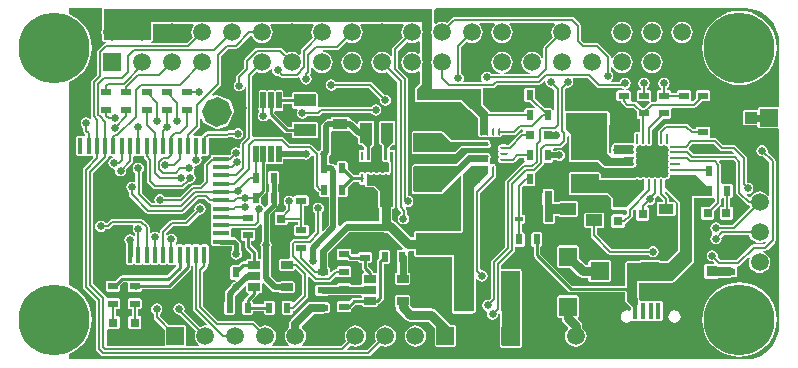
<source format=gtl>
G04 Layer_Physical_Order=1*
G04 Layer_Color=255*
%FSAX25Y25*%
%MOIN*%
G70*
G01*
G75*
%ADD10R,0.03937X0.02756*%
%ADD11R,0.02362X0.03543*%
%ADD12R,0.03150X0.03150*%
%ADD13R,0.01575X0.05512*%
%ADD14R,0.05512X0.01575*%
%ADD15R,0.03543X0.02362*%
%ADD16R,0.03150X0.03150*%
%ADD17R,0.06102X0.13583*%
%ADD18R,0.08504X0.07008*%
%ADD19R,0.03543X0.05118*%
%ADD20R,0.04016X0.07008*%
%ADD21R,0.00984X0.02756*%
%ADD22R,0.07874X0.03110*%
%ADD23R,0.04724X0.05512*%
%ADD24R,0.06102X0.07480*%
%ADD25R,0.01575X0.05512*%
%ADD26R,0.07480X0.04331*%
%ADD27R,0.01968X0.05512*%
%ADD28R,0.05118X0.03543*%
%ADD29R,0.09449X0.06299*%
G04:AMPARAMS|DCode=30|XSize=9.84mil|YSize=27.56mil|CornerRadius=2.46mil|HoleSize=0mil|Usage=FLASHONLY|Rotation=270.000|XOffset=0mil|YOffset=0mil|HoleType=Round|Shape=RoundedRectangle|*
%AMROUNDEDRECTD30*
21,1,0.00984,0.02264,0,0,270.0*
21,1,0.00492,0.02756,0,0,270.0*
1,1,0.00492,-0.01132,-0.00246*
1,1,0.00492,-0.01132,0.00246*
1,1,0.00492,0.01132,0.00246*
1,1,0.00492,0.01132,-0.00246*
%
%ADD30ROUNDEDRECTD30*%
G04:AMPARAMS|DCode=31|XSize=9.84mil|YSize=23.62mil|CornerRadius=2.46mil|HoleSize=0mil|Usage=FLASHONLY|Rotation=180.000|XOffset=0mil|YOffset=0mil|HoleType=Round|Shape=RoundedRectangle|*
%AMROUNDEDRECTD31*
21,1,0.00984,0.01870,0,0,180.0*
21,1,0.00492,0.02362,0,0,180.0*
1,1,0.00492,-0.00246,0.00935*
1,1,0.00492,0.00246,0.00935*
1,1,0.00492,0.00246,-0.00935*
1,1,0.00492,-0.00246,-0.00935*
%
%ADD31ROUNDEDRECTD31*%
G04:AMPARAMS|DCode=32|XSize=9.84mil|YSize=53.15mil|CornerRadius=2.46mil|HoleSize=0mil|Usage=FLASHONLY|Rotation=270.000|XOffset=0mil|YOffset=0mil|HoleType=Round|Shape=RoundedRectangle|*
%AMROUNDEDRECTD32*
21,1,0.00984,0.04823,0,0,270.0*
21,1,0.00492,0.05315,0,0,270.0*
1,1,0.00492,-0.02411,-0.00246*
1,1,0.00492,-0.02411,0.00246*
1,1,0.00492,0.02411,0.00246*
1,1,0.00492,0.02411,-0.00246*
%
%ADD32ROUNDEDRECTD32*%
G04:AMPARAMS|DCode=33|XSize=9.84mil|YSize=66.93mil|CornerRadius=2.46mil|HoleSize=0mil|Usage=FLASHONLY|Rotation=270.000|XOffset=0mil|YOffset=0mil|HoleType=Round|Shape=RoundedRectangle|*
%AMROUNDEDRECTD33*
21,1,0.00984,0.06201,0,0,270.0*
21,1,0.00492,0.06693,0,0,270.0*
1,1,0.00492,-0.03100,-0.00246*
1,1,0.00492,-0.03100,0.00246*
1,1,0.00492,0.03100,0.00246*
1,1,0.00492,0.03100,-0.00246*
%
%ADD33ROUNDEDRECTD33*%
G04:AMPARAMS|DCode=34|XSize=9.84mil|YSize=23.62mil|CornerRadius=2.46mil|HoleSize=0mil|Usage=FLASHONLY|Rotation=270.000|XOffset=0mil|YOffset=0mil|HoleType=Round|Shape=RoundedRectangle|*
%AMROUNDEDRECTD34*
21,1,0.00984,0.01870,0,0,270.0*
21,1,0.00492,0.02362,0,0,270.0*
1,1,0.00492,-0.00935,-0.00246*
1,1,0.00492,-0.00935,0.00246*
1,1,0.00492,0.00935,0.00246*
1,1,0.00492,0.00935,-0.00246*
%
%ADD34ROUNDEDRECTD34*%
%ADD35R,0.02756X0.01772*%
%ADD36R,0.05905X0.06299*%
%ADD37R,0.06299X0.05905*%
%ADD38R,0.03543X0.03740*%
%ADD39R,0.09449X0.09449*%
%ADD40O,0.00984X0.03543*%
%ADD41O,0.03543X0.00984*%
%ADD42R,0.08661X0.04134*%
%ADD43R,0.03937X0.03937*%
%ADD44R,0.05512X0.03937*%
%ADD45C,0.00800*%
%ADD46C,0.02362*%
%ADD47C,0.03150*%
%ADD48C,0.02000*%
%ADD49C,0.01000*%
%ADD50C,0.01600*%
%ADD51C,0.01500*%
%ADD52C,0.02300*%
%ADD53C,0.02756*%
%ADD54C,0.05905*%
%ADD55R,0.05905X0.05905*%
%ADD56C,0.23622*%
%ADD57O,0.03937X0.06299*%
%ADD58R,0.05905X0.05905*%
%ADD59P,0.10014X8X177.5*%
%ADD60C,0.02500*%
%ADD61C,0.01968*%
G36*
X0314291Y0177591D02*
X0307894D01*
Y0180543D01*
X0314291D01*
Y0177591D01*
D02*
G37*
G36*
X0227284Y0181035D02*
X0226398Y0179756D01*
Y0175524D01*
X0225413D01*
Y0179756D01*
X0223740Y0181429D01*
Y0188024D01*
X0227284D01*
Y0181035D01*
D02*
G37*
G36*
X0234370Y0181422D02*
X0233989Y0181099D01*
X0233780Y0181134D01*
X0232303Y0179657D01*
Y0175524D01*
X0231319D01*
Y0180445D01*
X0230728Y0181035D01*
Y0188024D01*
X0234370D01*
Y0181422D01*
D02*
G37*
G36*
X0285065Y0201617D02*
X0285043Y0201508D01*
X0285187Y0200786D01*
X0285595Y0200174D01*
X0286207Y0199765D01*
X0286929Y0199622D01*
X0287300Y0199695D01*
X0288053Y0198942D01*
Y0192318D01*
X0287579Y0192256D01*
X0287388Y0192715D01*
X0286929Y0192905D01*
X0284769D01*
X0281673Y0196001D01*
Y0198949D01*
X0281483Y0199408D01*
X0281024Y0199598D01*
X0278661D01*
X0278202Y0199408D01*
X0278012Y0198949D01*
Y0195405D01*
X0278202Y0194946D01*
X0278661Y0194756D01*
X0280034D01*
X0281570Y0193220D01*
X0281287Y0192796D01*
X0281024Y0192905D01*
X0278661D01*
X0278202Y0192715D01*
X0278012Y0192256D01*
Y0191504D01*
X0266516D01*
Y0191665D01*
X0266325Y0192125D01*
X0264153Y0194297D01*
Y0199343D01*
X0264261Y0199504D01*
X0267441D01*
X0267831Y0199582D01*
X0268162Y0199803D01*
X0269022Y0200663D01*
X0282981D01*
X0283372Y0200741D01*
X0283702Y0200962D01*
X0284604Y0201863D01*
X0285065Y0201617D01*
D02*
G37*
G36*
X0247362Y0225892D02*
Y0219565D01*
X0247137Y0219022D01*
X0247015Y0218094D01*
X0247137Y0217167D01*
X0247362Y0216624D01*
Y0209565D01*
X0247137Y0209022D01*
X0247015Y0208095D01*
X0247137Y0207167D01*
X0247362Y0206624D01*
Y0199146D01*
X0263504D01*
Y0194028D01*
X0265866Y0191665D01*
Y0184185D01*
X0263110D01*
Y0189894D01*
X0256811Y0195602D01*
X0242244D01*
Y0199146D01*
X0243819Y0200721D01*
Y0206586D01*
X0244060Y0207167D01*
X0244182Y0208095D01*
X0244060Y0209022D01*
X0243819Y0209604D01*
Y0216586D01*
X0244060Y0217167D01*
X0244182Y0218094D01*
X0244060Y0219022D01*
X0243819Y0219603D01*
Y0221587D01*
X0241292D01*
X0240599Y0221678D01*
X0239905Y0221587D01*
X0231292D01*
X0230598Y0221678D01*
X0229905Y0221587D01*
X0221292D01*
X0220599Y0221678D01*
X0219905Y0221587D01*
X0211292D01*
X0210598Y0221678D01*
X0209905Y0221587D01*
X0201292D01*
X0200599Y0221678D01*
X0199905Y0221587D01*
X0191292D01*
X0190598Y0221678D01*
X0189905Y0221587D01*
X0181292D01*
X0180598Y0221678D01*
X0179905Y0221587D01*
X0171292D01*
X0170598Y0221678D01*
X0169905Y0221587D01*
X0161292D01*
X0160599Y0221678D01*
X0159905Y0221587D01*
X0153661D01*
Y0215681D01*
X0137913D01*
Y0225892D01*
X0247362Y0225892D01*
D02*
G37*
G36*
X0305630Y0177886D02*
X0306024Y0177492D01*
X0307205Y0176311D01*
X0314291D01*
Y0173555D01*
X0304842D01*
X0302874Y0175524D01*
X0293425D01*
Y0184185D01*
X0291850Y0185760D01*
Y0191272D01*
X0305630D01*
X0305630Y0177886D01*
D02*
G37*
G36*
X0265866Y0171193D02*
X0261142Y0166469D01*
Y0144028D01*
Y0132217D01*
Y0125130D01*
X0254449D01*
Y0144028D01*
X0241850D01*
Y0151114D01*
X0256811Y0151114D01*
X0257598Y0151902D01*
Y0170799D01*
X0260354Y0173555D01*
X0265866D01*
Y0171193D01*
D02*
G37*
G36*
X0276496Y0113713D02*
X0270591D01*
Y0138516D01*
X0276496D01*
Y0113713D01*
D02*
G37*
G36*
X0222795Y0168043D02*
X0222986Y0167584D01*
X0223445Y0167394D01*
X0224429D01*
X0224764Y0167170D01*
Y0167059D01*
X0224954Y0166600D01*
X0225413Y0166410D01*
X0227802D01*
X0229390Y0164822D01*
Y0159973D01*
X0229580Y0159513D01*
X0229594Y0159508D01*
Y0155194D01*
X0218917D01*
X0218222Y0155056D01*
X0217633Y0154662D01*
X0216521Y0153550D01*
X0216021Y0153757D01*
Y0163232D01*
X0216063Y0163260D01*
X0218425D01*
X0218884Y0163450D01*
X0219075Y0163909D01*
Y0166319D01*
X0221055Y0168300D01*
X0222795D01*
Y0168043D01*
D02*
G37*
G36*
X0265866Y0174736D02*
X0259961D01*
X0250512Y0165287D01*
X0241063D01*
Y0173161D01*
X0241457Y0173555D01*
X0255630D01*
X0259173Y0177098D01*
X0265866D01*
Y0174736D01*
D02*
G37*
G36*
X0234370Y0159972D02*
X0230039D01*
Y0165091D01*
X0228071Y0167059D01*
X0225413D01*
Y0170701D01*
X0233287D01*
Y0171227D01*
X0233445Y0171606D01*
Y0174716D01*
X0233287Y0175096D01*
Y0178279D01*
X0234370D01*
Y0159972D01*
D02*
G37*
G36*
X0137100Y0226138D02*
X0137264Y0225892D01*
Y0219328D01*
X0137137Y0219022D01*
X0137015Y0218094D01*
X0137137Y0217167D01*
X0137264Y0216861D01*
Y0215681D01*
X0137454Y0215222D01*
X0137913Y0215032D01*
X0138522D01*
X0138572Y0214532D01*
X0138311Y0214480D01*
X0137980Y0214259D01*
X0135925Y0212204D01*
X0135704Y0211873D01*
X0135626Y0211483D01*
Y0204036D01*
X0133808Y0202218D01*
X0133587Y0201887D01*
X0133510Y0201497D01*
Y0190081D01*
X0133586Y0189697D01*
X0133570Y0189674D01*
X0133220Y0189340D01*
X0132730Y0189668D01*
X0132008Y0189811D01*
X0131286Y0189668D01*
X0130674Y0189259D01*
X0130265Y0188647D01*
X0130122Y0187925D01*
X0130265Y0187203D01*
X0130674Y0186591D01*
X0130988Y0186381D01*
Y0185366D01*
X0131066Y0184976D01*
X0131287Y0184645D01*
X0131626Y0184306D01*
X0131592Y0183732D01*
X0131294Y0183513D01*
X0131048Y0183562D01*
X0130827Y0183653D01*
X0129252D01*
X0128793Y0183463D01*
X0128603Y0183004D01*
Y0177492D01*
X0128793Y0177033D01*
X0129252Y0176843D01*
X0130827D01*
X0131048Y0176934D01*
X0131417Y0177007D01*
X0131786Y0176934D01*
X0132008Y0176843D01*
X0133583D01*
X0133804Y0176934D01*
X0133925Y0176958D01*
X0134113Y0176825D01*
X0134169Y0176174D01*
X0131106Y0173111D01*
X0130885Y0172780D01*
X0130807Y0172390D01*
Y0133185D01*
X0130885Y0132795D01*
X0131106Y0132464D01*
X0135122Y0128448D01*
Y0112681D01*
X0135200Y0112291D01*
X0135421Y0111960D01*
X0136986Y0110395D01*
X0137317Y0110174D01*
X0137707Y0110096D01*
X0143435D01*
X0143435Y0110096D01*
X0225946D01*
X0226337Y0110174D01*
X0226667Y0110395D01*
X0229993Y0113721D01*
X0230766Y0113401D01*
X0231693Y0113279D01*
X0232620Y0113401D01*
X0233485Y0113759D01*
X0234227Y0114328D01*
X0234796Y0115070D01*
X0235154Y0115935D01*
X0235276Y0116862D01*
X0235154Y0117790D01*
X0234796Y0118654D01*
X0234227Y0119396D01*
X0233485Y0119966D01*
X0232620Y0120324D01*
X0231693Y0120446D01*
X0230766Y0120324D01*
X0229901Y0119966D01*
X0229159Y0119396D01*
X0228590Y0118654D01*
X0228232Y0117790D01*
X0228110Y0116862D01*
X0228232Y0115935D01*
X0228551Y0115163D01*
X0225524Y0112135D01*
X0219061D01*
X0218870Y0112597D01*
X0219993Y0113721D01*
X0220765Y0113401D01*
X0221693Y0113279D01*
X0222620Y0113401D01*
X0223485Y0113759D01*
X0224227Y0114328D01*
X0224796Y0115070D01*
X0225154Y0115935D01*
X0225276Y0116862D01*
X0225154Y0117790D01*
X0224796Y0118654D01*
X0224227Y0119396D01*
X0223485Y0119966D01*
X0222620Y0120324D01*
X0221693Y0120446D01*
X0220765Y0120324D01*
X0219901Y0119966D01*
X0219159Y0119396D01*
X0218590Y0118654D01*
X0218232Y0117790D01*
X0218109Y0116862D01*
X0218232Y0115935D01*
X0218551Y0115163D01*
X0216924Y0113535D01*
X0204015D01*
X0203845Y0114035D01*
X0204227Y0114328D01*
X0204796Y0115070D01*
X0205154Y0115935D01*
X0205276Y0116862D01*
X0205154Y0117790D01*
X0204796Y0118654D01*
X0204227Y0119396D01*
X0203845Y0119689D01*
X0203818Y0120242D01*
X0207871Y0124294D01*
X0210748D01*
X0211520Y0124448D01*
X0211569Y0124480D01*
X0212520D01*
X0212979Y0124671D01*
X0213169Y0125130D01*
Y0127492D01*
X0212979Y0127951D01*
X0212520Y0128142D01*
X0211569D01*
X0211520Y0128174D01*
X0210748Y0128328D01*
X0207035D01*
X0206264Y0128174D01*
X0205609Y0127737D01*
X0200267Y0122395D01*
X0199830Y0121740D01*
X0199676Y0120969D01*
Y0119793D01*
X0199159Y0119396D01*
X0198590Y0118654D01*
X0198232Y0117790D01*
X0198109Y0116862D01*
X0198232Y0115935D01*
X0198590Y0115070D01*
X0199159Y0114328D01*
X0199541Y0114035D01*
X0199371Y0113535D01*
X0194015D01*
X0193845Y0114035D01*
X0194227Y0114328D01*
X0194796Y0115070D01*
X0195154Y0115935D01*
X0195276Y0116862D01*
X0195154Y0117790D01*
X0194796Y0118654D01*
X0194227Y0119396D01*
X0193485Y0119966D01*
X0192620Y0120324D01*
X0191693Y0120446D01*
X0190766Y0120324D01*
X0189993Y0120004D01*
X0188280Y0121717D01*
X0187949Y0121938D01*
X0187559Y0122016D01*
X0175945D01*
X0171042Y0126920D01*
Y0138312D01*
X0172099Y0139370D01*
X0172320Y0139700D01*
X0172397Y0140091D01*
Y0140718D01*
X0172625Y0140812D01*
X0172815Y0141272D01*
Y0146783D01*
X0172625Y0147243D01*
X0172165Y0147433D01*
X0170590D01*
X0170131Y0147243D01*
X0169869Y0147243D01*
X0169409Y0147433D01*
X0167835D01*
X0167375Y0147243D01*
X0167113Y0147243D01*
X0166654Y0147433D01*
X0165079D01*
X0164620Y0147243D01*
X0164357Y0147243D01*
X0163898Y0147433D01*
X0162323D01*
X0162107Y0147344D01*
X0161984Y0147423D01*
X0161957Y0147458D01*
X0161867Y0148080D01*
X0162097Y0148424D01*
X0162241Y0149146D01*
X0162097Y0149867D01*
X0161688Y0150479D01*
X0161076Y0150888D01*
X0160354Y0151032D01*
X0159633Y0150888D01*
X0159118Y0150545D01*
X0158618Y0150708D01*
Y0151282D01*
X0160974Y0153638D01*
X0165390D01*
X0165780Y0153716D01*
X0166111Y0153937D01*
X0169547Y0157372D01*
X0169918Y0157299D01*
X0170640Y0157442D01*
X0171251Y0157851D01*
X0171660Y0158463D01*
X0171804Y0159185D01*
X0171660Y0159907D01*
X0171251Y0160519D01*
X0170640Y0160928D01*
X0169918Y0161071D01*
X0169196Y0160928D01*
X0168584Y0160519D01*
X0168175Y0159907D01*
X0168032Y0159185D01*
X0168105Y0158814D01*
X0164968Y0155677D01*
X0160551D01*
X0160161Y0155599D01*
X0159830Y0155378D01*
X0156877Y0152426D01*
X0156656Y0152095D01*
X0156579Y0151705D01*
Y0151299D01*
X0156079Y0151135D01*
X0155564Y0151479D01*
X0154842Y0151622D01*
X0154121Y0151479D01*
X0153606Y0151135D01*
X0153106Y0151299D01*
Y0153115D01*
X0153029Y0153505D01*
X0152808Y0153836D01*
X0150984Y0155660D01*
X0150653Y0155881D01*
X0150263Y0155959D01*
X0140669D01*
X0140279Y0155881D01*
X0139948Y0155660D01*
X0138784Y0154496D01*
X0138276D01*
X0138066Y0154810D01*
X0137454Y0155219D01*
X0136732Y0155363D01*
X0136011Y0155219D01*
X0135398Y0154810D01*
X0134990Y0154198D01*
X0134846Y0153476D01*
X0134990Y0152754D01*
X0135398Y0152143D01*
X0136011Y0151734D01*
X0136732Y0151590D01*
X0137454Y0151734D01*
X0138066Y0152143D01*
X0138276Y0152457D01*
X0139207D01*
X0139597Y0152534D01*
X0139928Y0152755D01*
X0141092Y0153919D01*
X0147397D01*
X0147633Y0153478D01*
X0147588Y0153411D01*
X0147444Y0152689D01*
X0147588Y0151967D01*
X0147997Y0151355D01*
X0148311Y0151145D01*
Y0150512D01*
X0147811Y0150348D01*
X0147297Y0150691D01*
X0146575Y0150835D01*
X0145853Y0150691D01*
X0145241Y0150283D01*
X0144832Y0149671D01*
X0144689Y0148949D01*
X0144832Y0148227D01*
X0145147Y0147755D01*
Y0146806D01*
X0145138Y0146783D01*
Y0141272D01*
X0145328Y0140812D01*
X0145787Y0140622D01*
X0147362D01*
X0147821Y0140812D01*
X0148084Y0140812D01*
X0148543Y0140622D01*
X0150118D01*
X0150577Y0140812D01*
X0150840Y0140812D01*
X0151299Y0140622D01*
X0152874D01*
X0153333Y0140812D01*
X0153596Y0140812D01*
X0154055Y0140622D01*
X0155630D01*
X0156089Y0140812D01*
X0156352Y0140812D01*
X0156811Y0140622D01*
X0158386D01*
X0158845Y0140812D01*
X0159108Y0140812D01*
X0159567Y0140622D01*
X0161142D01*
X0161411Y0140734D01*
X0161868Y0140491D01*
X0161914Y0140087D01*
X0158905Y0137078D01*
X0143911D01*
X0143911Y0137078D01*
X0143482Y0136993D01*
X0143118Y0136750D01*
X0141711Y0135342D01*
X0139104D01*
X0138645Y0135152D01*
X0138454Y0134693D01*
Y0132331D01*
X0138645Y0131871D01*
X0139104Y0131681D01*
X0142647D01*
X0143106Y0131871D01*
X0143297Y0132331D01*
Y0133756D01*
X0144376Y0134835D01*
X0145643D01*
X0145738Y0134693D01*
Y0132331D01*
X0145928Y0131871D01*
X0146387Y0131681D01*
X0149931D01*
X0150390Y0131871D01*
X0150580Y0132331D01*
Y0132473D01*
X0159665D01*
X0159665Y0132473D01*
X0160095Y0132558D01*
X0160458Y0132801D01*
X0166659Y0139002D01*
X0166659Y0139002D01*
X0166902Y0139366D01*
X0166988Y0139795D01*
Y0140076D01*
X0167488Y0140347D01*
X0167602Y0140272D01*
Y0125917D01*
X0167680Y0125527D01*
X0167901Y0125196D01*
X0172219Y0120879D01*
X0171985Y0120405D01*
X0171678Y0120446D01*
X0170750Y0120324D01*
X0169978Y0120004D01*
X0164678Y0125304D01*
X0164800Y0125917D01*
X0164656Y0126639D01*
X0164247Y0127251D01*
X0163635Y0127660D01*
X0162913Y0127804D01*
X0162192Y0127660D01*
X0161580Y0127251D01*
X0161171Y0126639D01*
X0161027Y0125917D01*
X0161171Y0125196D01*
X0161580Y0124584D01*
X0162192Y0124175D01*
X0162913Y0124031D01*
X0163042Y0124057D01*
X0168536Y0118562D01*
X0168217Y0117790D01*
X0168095Y0116862D01*
X0168217Y0115935D01*
X0168575Y0115070D01*
X0169144Y0114328D01*
X0169526Y0114035D01*
X0169356Y0113535D01*
X0165530D01*
X0165280Y0113909D01*
Y0119815D01*
X0165090Y0120274D01*
X0164631Y0120464D01*
X0159518D01*
X0156453Y0123529D01*
Y0124374D01*
X0156767Y0124584D01*
X0157176Y0125196D01*
X0157319Y0125917D01*
X0157176Y0126639D01*
X0156767Y0127251D01*
X0156155Y0127660D01*
X0155433Y0127804D01*
X0154711Y0127660D01*
X0154099Y0127251D01*
X0153690Y0126639D01*
X0153547Y0125917D01*
X0153690Y0125196D01*
X0154099Y0124584D01*
X0154413Y0124374D01*
Y0123107D01*
X0154491Y0122717D01*
X0154712Y0122386D01*
X0158076Y0119023D01*
Y0113909D01*
X0157826Y0113535D01*
X0142855D01*
X0142855Y0113535D01*
X0138736D01*
Y0118854D01*
X0139236Y0119188D01*
X0139291Y0119166D01*
X0142441D01*
X0142900Y0119356D01*
X0143090Y0119815D01*
Y0122965D01*
X0142900Y0123424D01*
X0142441Y0123614D01*
X0141895D01*
Y0125776D01*
X0142647D01*
X0143106Y0125966D01*
X0143297Y0126425D01*
Y0128787D01*
X0143106Y0129247D01*
X0142647Y0129437D01*
X0139104D01*
X0138669Y0129798D01*
X0138658Y0129851D01*
X0138437Y0130182D01*
X0134246Y0134373D01*
Y0171005D01*
X0139028Y0175787D01*
X0139249Y0176118D01*
X0139327Y0176508D01*
Y0176629D01*
X0139808Y0176983D01*
X0140054Y0176934D01*
X0140276Y0176843D01*
X0140695D01*
X0140744Y0176343D01*
X0140440Y0176282D01*
X0139828Y0175873D01*
X0139419Y0175261D01*
X0139275Y0174539D01*
X0139419Y0173818D01*
X0139828Y0173206D01*
X0140440Y0172797D01*
X0141161Y0172653D01*
X0141163Y0172653D01*
X0141588Y0172228D01*
X0141539Y0171980D01*
X0141683Y0171258D01*
X0142091Y0170647D01*
X0142703Y0170238D01*
X0143425Y0170094D01*
X0144147Y0170238D01*
X0144759Y0170647D01*
X0145168Y0171258D01*
X0145311Y0171980D01*
X0145238Y0172351D01*
X0147296Y0174409D01*
X0147517Y0174740D01*
X0147594Y0175130D01*
Y0176629D01*
X0148076Y0176983D01*
X0148322Y0176934D01*
X0148543Y0176843D01*
X0150118D01*
X0150340Y0176934D01*
X0150585Y0176983D01*
X0151067Y0176792D01*
X0151145Y0176401D01*
X0151366Y0176071D01*
X0152248Y0175188D01*
Y0168634D01*
X0152326Y0168244D01*
X0152547Y0167913D01*
X0154318Y0166141D01*
X0154649Y0165920D01*
X0155039Y0165843D01*
X0163930D01*
X0164320Y0165920D01*
X0164651Y0166141D01*
X0166310Y0167800D01*
X0166654Y0167732D01*
X0167375Y0167876D01*
X0167987Y0168284D01*
X0168396Y0168896D01*
X0168540Y0169618D01*
X0168396Y0170340D01*
X0167987Y0170952D01*
X0167845Y0171047D01*
X0167770Y0171698D01*
X0168002Y0172046D01*
X0168146Y0172768D01*
X0168052Y0173241D01*
X0168432Y0173672D01*
X0168437Y0173674D01*
X0168622Y0173637D01*
X0169344Y0173781D01*
X0169956Y0174190D01*
X0170365Y0174802D01*
X0170508Y0175524D01*
X0170365Y0176245D01*
X0170227Y0176452D01*
X0170558Y0176856D01*
X0170590Y0176843D01*
X0172165D01*
X0172625Y0177033D01*
X0172815Y0177492D01*
Y0183004D01*
X0173277Y0183043D01*
X0178863D01*
X0179253Y0183121D01*
X0179584Y0183342D01*
X0179604Y0183362D01*
X0180911D01*
X0181121Y0183048D01*
X0181733Y0182639D01*
X0182455Y0182496D01*
X0183177Y0182639D01*
X0183789Y0183048D01*
X0184198Y0183660D01*
X0184341Y0184382D01*
X0184198Y0185104D01*
X0183789Y0185716D01*
X0183177Y0186125D01*
X0182455Y0186268D01*
X0181733Y0186125D01*
X0181121Y0185716D01*
X0180911Y0185401D01*
X0179182D01*
X0178792Y0185324D01*
X0178461Y0185103D01*
X0178441Y0185083D01*
X0172408D01*
X0172018Y0185005D01*
X0171687Y0184784D01*
X0170657Y0183754D01*
X0170589Y0183653D01*
X0170369Y0183562D01*
X0170000Y0183489D01*
X0169631Y0183562D01*
X0169409Y0183653D01*
X0167877D01*
X0167783Y0183765D01*
X0167624Y0184107D01*
X0169599Y0186082D01*
X0169820Y0186413D01*
X0169898Y0186803D01*
Y0189336D01*
X0170390Y0189423D01*
X0170836Y0188196D01*
X0171172Y0187829D01*
X0175365Y0185874D01*
X0175861Y0185853D01*
X0178935Y0186971D01*
X0179302Y0187307D01*
X0181257Y0191500D01*
X0181278Y0191997D01*
X0180160Y0195070D01*
X0179824Y0195437D01*
X0175631Y0197392D01*
X0175135Y0197413D01*
X0174134Y0197049D01*
X0173866Y0197471D01*
X0176627Y0200232D01*
X0176848Y0200563D01*
X0176925Y0200953D01*
Y0210141D01*
X0179478Y0212693D01*
X0182008D01*
X0182398Y0212771D01*
X0182729Y0212992D01*
X0186713Y0216976D01*
X0187244Y0216910D01*
X0187495Y0216303D01*
X0188065Y0215561D01*
X0188807Y0214991D01*
X0189671Y0214633D01*
X0190598Y0214511D01*
X0191526Y0214633D01*
X0192390Y0214991D01*
X0193132Y0215561D01*
X0193702Y0216303D01*
X0194060Y0217167D01*
X0194182Y0218094D01*
X0194060Y0219022D01*
X0193702Y0219886D01*
X0193279Y0220437D01*
X0193521Y0220937D01*
X0199905D01*
X0199946Y0220954D01*
X0199990Y0220943D01*
X0200599Y0221023D01*
X0201207Y0220943D01*
X0201250Y0220954D01*
X0201292Y0220937D01*
X0207676D01*
X0207918Y0220437D01*
X0207495Y0219886D01*
X0207137Y0219022D01*
X0207015Y0218094D01*
X0207137Y0217167D01*
X0207457Y0216395D01*
X0203830Y0212768D01*
X0203609Y0212437D01*
X0203532Y0212047D01*
Y0210861D01*
X0203032Y0210706D01*
X0202390Y0211198D01*
X0201526Y0211556D01*
X0200599Y0211678D01*
X0199671Y0211556D01*
X0198899Y0211236D01*
X0197367Y0212768D01*
X0197036Y0212989D01*
X0196646Y0213067D01*
X0188961D01*
X0188571Y0212989D01*
X0188240Y0212768D01*
X0184830Y0209358D01*
X0184609Y0209027D01*
X0184532Y0208637D01*
Y0206261D01*
X0182271Y0204000D01*
X0182050Y0203670D01*
X0181972Y0203279D01*
Y0201870D01*
X0181658Y0201661D01*
X0181249Y0201049D01*
X0181106Y0200327D01*
X0181249Y0199605D01*
X0181658Y0198993D01*
X0182270Y0198584D01*
X0182992Y0198441D01*
X0183714Y0198584D01*
X0184326Y0198993D01*
X0184735Y0199605D01*
X0184819Y0200029D01*
X0185319Y0199980D01*
Y0183179D01*
X0183649Y0181509D01*
X0183428Y0181178D01*
X0183351Y0180788D01*
Y0179815D01*
X0182851Y0179548D01*
X0182730Y0179629D01*
X0182008Y0179772D01*
X0181286Y0179629D01*
X0180674Y0179220D01*
X0180265Y0178608D01*
X0180122Y0177886D01*
X0180170Y0177644D01*
X0179786Y0177296D01*
X0179646Y0177354D01*
X0174134D01*
X0173675Y0177164D01*
X0173484Y0176705D01*
Y0176686D01*
X0173413Y0176638D01*
X0171444Y0174670D01*
X0171223Y0174339D01*
X0171146Y0173949D01*
Y0168663D01*
X0169797Y0167313D01*
X0167688D01*
X0167297Y0167236D01*
X0166967Y0167015D01*
X0163306Y0163354D01*
X0158158D01*
X0157948Y0163668D01*
X0157336Y0164077D01*
X0156614Y0164221D01*
X0155892Y0164077D01*
X0155280Y0163668D01*
X0154871Y0163057D01*
X0154728Y0162335D01*
X0154871Y0161613D01*
X0154917Y0161545D01*
X0154681Y0161104D01*
X0153972D01*
X0150435Y0164641D01*
Y0171281D01*
X0150664Y0171434D01*
X0151073Y0172046D01*
X0151217Y0172768D01*
X0151073Y0173490D01*
X0150664Y0174101D01*
X0150052Y0174510D01*
X0149331Y0174654D01*
X0148609Y0174510D01*
X0147997Y0174101D01*
X0147588Y0173490D01*
X0147444Y0172768D01*
X0147588Y0172046D01*
X0147997Y0171434D01*
X0148396Y0171168D01*
Y0168402D01*
X0147955Y0168166D01*
X0147887Y0168211D01*
X0147165Y0168355D01*
X0146443Y0168211D01*
X0145832Y0167802D01*
X0145423Y0167190D01*
X0145279Y0166469D01*
X0145423Y0165747D01*
X0145832Y0165135D01*
X0146146Y0164925D01*
Y0164106D01*
X0146223Y0163716D01*
X0146444Y0163385D01*
X0151866Y0157964D01*
X0152197Y0157743D01*
X0152587Y0157665D01*
X0164039D01*
X0164429Y0157743D01*
X0164759Y0157964D01*
X0169270Y0162474D01*
X0171568D01*
X0172626Y0161417D01*
X0172956Y0161196D01*
X0173346Y0161118D01*
X0173624Y0160636D01*
X0173576Y0160391D01*
X0173484Y0160169D01*
Y0158595D01*
X0173576Y0158373D01*
X0173649Y0158004D01*
X0173576Y0157635D01*
X0173484Y0157413D01*
Y0155839D01*
X0173576Y0155617D01*
X0173649Y0155248D01*
X0173576Y0154879D01*
X0173484Y0154657D01*
Y0153083D01*
X0173576Y0152861D01*
X0173649Y0152492D01*
X0173576Y0152123D01*
X0173484Y0151902D01*
Y0150327D01*
X0173675Y0149868D01*
X0173675Y0149605D01*
X0173484Y0149146D01*
Y0147571D01*
X0173675Y0147112D01*
X0174134Y0146921D01*
X0179646D01*
X0179668Y0146931D01*
X0180580D01*
Y0145418D01*
X0180265Y0144946D01*
X0180122Y0144224D01*
X0180265Y0143503D01*
X0180674Y0142891D01*
X0181286Y0142482D01*
X0182008Y0142338D01*
X0182730Y0142482D01*
X0183342Y0142891D01*
X0183750Y0143503D01*
X0183894Y0144224D01*
X0183750Y0144946D01*
X0183435Y0145418D01*
Y0147571D01*
X0183435Y0147571D01*
X0183327Y0148117D01*
X0183017Y0148580D01*
X0183017Y0148580D01*
X0182230Y0149368D01*
X0181767Y0149677D01*
X0181220Y0149786D01*
X0181220Y0149786D01*
X0180612D01*
X0180278Y0150286D01*
X0180295Y0150327D01*
Y0151902D01*
X0180203Y0152123D01*
X0180155Y0152369D01*
X0180509Y0152850D01*
X0188323D01*
X0188713Y0152928D01*
X0189044Y0153149D01*
X0189974Y0154079D01*
X0190467Y0153905D01*
X0190474Y0153899D01*
Y0148447D01*
X0190108Y0147899D01*
X0189964Y0147177D01*
X0190108Y0146455D01*
X0190219Y0146289D01*
Y0142868D01*
X0189980Y0142709D01*
X0189133D01*
Y0144717D01*
X0189133Y0144717D01*
X0189048Y0145146D01*
X0188805Y0145510D01*
X0186999Y0147315D01*
Y0148642D01*
X0187650D01*
X0188109Y0148832D01*
X0188299Y0149291D01*
Y0151654D01*
X0188109Y0152113D01*
X0187650Y0152303D01*
X0184106D01*
X0183647Y0152113D01*
X0183457Y0151654D01*
Y0149291D01*
X0183647Y0148832D01*
X0184106Y0148642D01*
X0184756D01*
Y0146850D01*
X0184756Y0146850D01*
X0184842Y0146421D01*
X0185085Y0146057D01*
X0186890Y0144252D01*
Y0142709D01*
X0186043D01*
X0185584Y0142518D01*
X0185394Y0142059D01*
Y0141803D01*
X0184370D01*
X0184370Y0141803D01*
X0183941Y0141717D01*
X0183577Y0141474D01*
X0183577Y0141474D01*
X0182646Y0140543D01*
X0180630D01*
X0180171Y0140353D01*
X0179981Y0139894D01*
Y0136350D01*
X0180171Y0135891D01*
X0180630Y0135701D01*
X0181645D01*
X0181836Y0135239D01*
X0181483Y0134885D01*
X0181286Y0134846D01*
X0180674Y0134437D01*
X0180265Y0133825D01*
X0180226Y0133629D01*
X0178689Y0132092D01*
X0178335Y0131562D01*
X0178211Y0130938D01*
Y0128546D01*
X0178202Y0128542D01*
X0178012Y0128083D01*
Y0124539D01*
X0178202Y0124080D01*
X0178661Y0123890D01*
X0181024D01*
X0181483Y0124080D01*
X0181673Y0124539D01*
Y0128083D01*
X0181483Y0128542D01*
X0181474Y0128546D01*
Y0130262D01*
X0182533Y0131322D01*
X0182730Y0131361D01*
X0183342Y0131770D01*
X0183750Y0132382D01*
X0183790Y0132578D01*
X0184932Y0133720D01*
X0185394Y0133529D01*
Y0131823D01*
X0185584Y0131364D01*
X0185911Y0131228D01*
X0186102Y0130711D01*
X0184955Y0129565D01*
X0184712Y0129201D01*
X0184626Y0128772D01*
X0184567Y0128732D01*
X0184108Y0128542D01*
X0183917Y0128083D01*
Y0124539D01*
X0184108Y0124080D01*
X0184567Y0123890D01*
X0186929D01*
X0187388Y0124080D01*
X0187579Y0124539D01*
Y0125189D01*
X0191201D01*
Y0124539D01*
X0191391Y0124080D01*
X0191850Y0123890D01*
X0194213D01*
X0194672Y0124080D01*
X0194862Y0124539D01*
Y0128083D01*
X0194672Y0128542D01*
X0194213Y0128732D01*
X0191850D01*
X0191391Y0128542D01*
X0191201Y0128083D01*
Y0127433D01*
X0187579D01*
Y0128083D01*
X0187388Y0128542D01*
X0187341Y0128779D01*
X0188805Y0130242D01*
X0188805Y0130242D01*
X0189048Y0130606D01*
X0189133Y0131035D01*
X0189597Y0131173D01*
X0189980D01*
X0190439Y0131364D01*
X0190630Y0131823D01*
Y0134360D01*
X0191130Y0134567D01*
X0193650Y0132047D01*
X0194179Y0131694D01*
X0194803Y0131570D01*
X0196326D01*
X0196411Y0131364D01*
X0196870Y0131173D01*
X0200807D01*
X0201266Y0131364D01*
X0201456Y0131823D01*
Y0134579D01*
X0201266Y0135038D01*
X0200807Y0135228D01*
X0196870D01*
X0196411Y0135038D01*
X0196326Y0134832D01*
X0195479D01*
X0193482Y0136829D01*
Y0146289D01*
X0193593Y0146455D01*
X0193737Y0147177D01*
X0193593Y0147899D01*
X0193227Y0148447D01*
Y0157480D01*
X0195383Y0159636D01*
X0195681Y0160082D01*
X0195781Y0160583D01*
X0196050Y0160694D01*
X0196240Y0161154D01*
Y0164697D01*
X0196050Y0165156D01*
X0195786Y0165265D01*
Y0167278D01*
X0196050Y0167387D01*
X0196240Y0167847D01*
Y0171390D01*
X0196050Y0171849D01*
X0195591Y0172039D01*
X0193228D01*
X0192769Y0171849D01*
X0192579Y0171390D01*
Y0167847D01*
X0192769Y0167387D01*
X0193033Y0167278D01*
Y0165265D01*
X0192769Y0165156D01*
X0192579Y0164697D01*
Y0161154D01*
X0192704Y0160851D01*
X0191662Y0159809D01*
X0191184Y0159954D01*
X0191170Y0160025D01*
X0190761Y0160637D01*
X0190259Y0160972D01*
X0190334Y0161153D01*
Y0163170D01*
X0191578Y0164413D01*
X0191578Y0164413D01*
X0191821Y0164777D01*
X0191907Y0165206D01*
Y0174090D01*
X0192379Y0174350D01*
X0192539Y0174284D01*
X0194508D01*
X0194803Y0174406D01*
X0195098Y0174284D01*
X0197067D01*
X0197526Y0174474D01*
X0197716Y0174933D01*
Y0175861D01*
X0204348D01*
X0204514Y0175750D01*
X0205236Y0175606D01*
X0205958Y0175750D01*
X0206570Y0176158D01*
X0206979Y0176770D01*
X0206981Y0176779D01*
X0207530Y0176976D01*
X0207760Y0176794D01*
Y0166862D01*
X0207838Y0166472D01*
X0208059Y0166141D01*
X0209240Y0164960D01*
X0209508Y0164781D01*
Y0163909D01*
X0209698Y0163450D01*
X0210157Y0163260D01*
X0212520D01*
X0212758Y0163101D01*
Y0153857D01*
X0210859Y0151958D01*
X0210398Y0152149D01*
Y0157881D01*
X0210712Y0158091D01*
X0211121Y0158703D01*
X0211264Y0159425D01*
X0211121Y0160147D01*
X0210712Y0160759D01*
X0210100Y0161168D01*
X0209378Y0161311D01*
X0208656Y0161168D01*
X0208044Y0160759D01*
X0207635Y0160147D01*
X0207492Y0159425D01*
X0207635Y0158703D01*
X0208044Y0158091D01*
X0208358Y0157881D01*
Y0151741D01*
X0206011Y0149394D01*
X0201476D01*
X0201085Y0149316D01*
X0200755Y0149095D01*
X0200169Y0148509D01*
X0199948Y0148178D01*
X0199870Y0147788D01*
Y0143606D01*
X0199948Y0143216D01*
X0199953Y0143209D01*
X0199685Y0142709D01*
X0196870D01*
X0196411Y0142518D01*
X0196221Y0142059D01*
Y0139303D01*
X0196411Y0138844D01*
X0196870Y0138654D01*
X0200807D01*
X0201266Y0138844D01*
X0201341Y0139025D01*
X0201919Y0139155D01*
X0203823Y0137251D01*
Y0130670D01*
X0201230Y0128077D01*
X0200697Y0128252D01*
X0200577Y0128542D01*
X0200118Y0128732D01*
X0197756D01*
X0197297Y0128542D01*
X0197107Y0128083D01*
Y0124539D01*
X0197297Y0124080D01*
X0197756Y0123890D01*
X0200118D01*
X0200577Y0124080D01*
X0200768Y0124539D01*
Y0125291D01*
X0200905D01*
X0201296Y0125369D01*
X0201626Y0125590D01*
X0205563Y0129527D01*
X0205785Y0129858D01*
X0205862Y0130248D01*
Y0136538D01*
X0206324Y0136730D01*
X0207834Y0135220D01*
X0208165Y0134999D01*
X0208555Y0134921D01*
X0212934D01*
X0213324Y0134999D01*
X0213655Y0135220D01*
X0214241Y0135806D01*
X0214314Y0135915D01*
X0215165Y0136766D01*
X0215604Y0136679D01*
X0216063Y0136488D01*
X0219606D01*
X0220065Y0136679D01*
X0220256Y0137138D01*
Y0139500D01*
X0220065Y0139959D01*
X0219606Y0140149D01*
X0216063D01*
X0215604Y0139959D01*
X0215414Y0139500D01*
Y0139339D01*
X0215276D01*
X0214885Y0139261D01*
X0214555Y0139040D01*
X0213631Y0138116D01*
X0213169Y0138308D01*
Y0139303D01*
X0212979Y0139762D01*
X0212642Y0139902D01*
Y0144535D01*
X0219670Y0151562D01*
X0230748D01*
X0230962Y0151418D01*
X0231811Y0151250D01*
X0232477D01*
X0237565Y0146161D01*
X0237358Y0145661D01*
X0236142D01*
X0235683Y0145471D01*
X0235492Y0145012D01*
Y0141469D01*
X0235637Y0141119D01*
Y0137984D01*
X0235453D01*
X0234994Y0137794D01*
X0234803Y0137335D01*
Y0134579D01*
X0234994Y0134119D01*
X0235453Y0133929D01*
X0239390D01*
X0239849Y0134119D01*
X0240039Y0134579D01*
Y0137335D01*
X0239849Y0137794D01*
X0239390Y0137984D01*
X0239206D01*
Y0143142D01*
X0239206Y0143142D01*
X0239153Y0143404D01*
Y0144871D01*
X0239207Y0145057D01*
X0239553Y0145353D01*
X0241201D01*
Y0144028D01*
X0241391Y0143568D01*
X0241850Y0143378D01*
X0253799D01*
Y0125130D01*
X0253990Y0124671D01*
X0254059Y0124642D01*
X0254088Y0124572D01*
X0254547Y0124382D01*
X0260650D01*
X0260887Y0124480D01*
X0261142D01*
X0261601Y0124671D01*
X0261791Y0125130D01*
Y0132217D01*
Y0135863D01*
X0262291Y0136015D01*
X0262564Y0135607D01*
X0263176Y0135198D01*
X0263897Y0135055D01*
X0264619Y0135198D01*
X0265231Y0135607D01*
X0265640Y0136219D01*
X0265784Y0136941D01*
X0265640Y0137663D01*
X0265231Y0138275D01*
X0264619Y0138684D01*
X0263897Y0138827D01*
X0263788Y0138805D01*
X0263342Y0139186D01*
Y0164508D01*
X0268260Y0169426D01*
X0268481Y0169756D01*
X0268559Y0170147D01*
Y0171074D01*
X0268582Y0171109D01*
X0268648Y0171439D01*
Y0173309D01*
X0268582Y0173639D01*
X0268395Y0173919D01*
X0268116Y0174106D01*
X0267785Y0174172D01*
X0267293D01*
X0266963Y0174106D01*
X0266523Y0174313D01*
X0266422Y0174504D01*
X0266424Y0174515D01*
X0266516Y0174736D01*
Y0175842D01*
X0266525Y0175849D01*
X0266712Y0176128D01*
X0266778Y0176459D01*
Y0176951D01*
X0266712Y0177281D01*
X0266525Y0177561D01*
X0266246Y0177748D01*
X0265915Y0177813D01*
X0261092D01*
X0260763Y0177748D01*
X0259173D01*
X0258714Y0177558D01*
X0255361Y0174205D01*
X0241457D01*
X0240998Y0174014D01*
X0240604Y0173621D01*
X0240414Y0173161D01*
Y0171193D01*
Y0164894D01*
X0240604Y0164435D01*
X0241063Y0164244D01*
X0250512D01*
X0250971Y0164435D01*
X0251161Y0164894D01*
Y0165018D01*
X0256449Y0170306D01*
X0256949Y0170099D01*
Y0166272D01*
Y0161154D01*
Y0152171D01*
X0256542Y0151764D01*
X0241850Y0151764D01*
X0241391Y0151573D01*
X0241201Y0151114D01*
Y0149788D01*
X0240210D01*
X0234963Y0155035D01*
X0234244Y0155516D01*
X0234028Y0155559D01*
Y0159323D01*
X0234370D01*
X0234829Y0159513D01*
X0235019Y0159972D01*
Y0178279D01*
X0234829Y0178739D01*
X0234370Y0178929D01*
X0234272D01*
X0234272Y0178929D01*
X0233287D01*
X0233197Y0178990D01*
X0233149Y0179585D01*
X0233990Y0180425D01*
X0234370D01*
X0234829Y0180616D01*
X0235019Y0181075D01*
Y0181422D01*
X0235019Y0181422D01*
Y0188024D01*
X0235019Y0188024D01*
Y0188083D01*
X0234829Y0188542D01*
X0234370Y0188732D01*
X0230354D01*
X0229895Y0188542D01*
X0229705Y0188083D01*
Y0181075D01*
X0229895Y0180616D01*
X0230354Y0180425D01*
X0230420D01*
X0230669Y0180176D01*
Y0175524D01*
X0230860Y0175064D01*
X0231319Y0174874D01*
X0232303D01*
X0232500Y0174861D01*
X0232795Y0174537D01*
Y0171749D01*
X0232507Y0171463D01*
X0232303Y0171449D01*
X0231319D01*
X0231081Y0171350D01*
X0230572D01*
X0230335Y0171449D01*
X0229350D01*
X0229113Y0171350D01*
X0228604D01*
X0228366Y0171449D01*
X0227382D01*
X0227144Y0171350D01*
X0226635D01*
X0226398Y0171449D01*
X0225413D01*
X0224954Y0171258D01*
X0224888Y0171258D01*
X0224429Y0171449D01*
X0223445D01*
X0222986Y0171258D01*
X0222795Y0170799D01*
Y0170543D01*
X0221055D01*
X0219075Y0172523D01*
Y0174539D01*
X0218884Y0174999D01*
X0218425Y0175189D01*
X0216063D01*
X0215604Y0174999D01*
X0215414Y0174539D01*
Y0173960D01*
X0214952Y0173769D01*
X0214799Y0173921D01*
X0214270Y0174275D01*
X0213646Y0174399D01*
X0213169D01*
Y0174539D01*
X0212979Y0174999D01*
X0212872Y0175043D01*
Y0176604D01*
X0212983Y0176770D01*
X0213022Y0176967D01*
X0213083Y0177028D01*
X0213436Y0177557D01*
X0213561Y0178181D01*
Y0184790D01*
X0214060Y0185125D01*
X0214094Y0185110D01*
X0219213D01*
X0219672Y0185301D01*
X0219718Y0185310D01*
X0221602Y0183425D01*
X0222132Y0183072D01*
X0222697Y0182959D01*
Y0181075D01*
X0222887Y0180616D01*
X0223346Y0180425D01*
X0223826D01*
X0224650Y0179601D01*
X0224611Y0179050D01*
X0224429Y0178929D01*
X0223445D01*
X0222986Y0178739D01*
X0222795Y0178279D01*
Y0175524D01*
X0222986Y0175064D01*
X0223445Y0174874D01*
X0224429D01*
X0224888Y0175064D01*
X0224954Y0175064D01*
X0225413Y0174874D01*
X0226398D01*
X0226857Y0175064D01*
X0227047Y0175524D01*
Y0179553D01*
X0227767Y0180593D01*
X0227821Y0180616D01*
X0228012Y0181075D01*
Y0188083D01*
X0227821Y0188542D01*
X0227362Y0188732D01*
X0223346D01*
X0222887Y0188542D01*
X0222697Y0188083D01*
Y0187598D01*
X0222235Y0187407D01*
X0220957Y0188685D01*
X0220427Y0189039D01*
X0219862Y0189151D01*
Y0189303D01*
X0219672Y0189762D01*
X0219213Y0189953D01*
X0214094D01*
X0213635Y0189762D01*
X0213445Y0189303D01*
Y0189163D01*
X0212618D01*
X0211994Y0189039D01*
X0211465Y0188685D01*
X0210776Y0187996D01*
X0210422Y0187467D01*
X0210298Y0186843D01*
Y0179087D01*
X0209906Y0178826D01*
X0209717Y0178543D01*
X0209220Y0178494D01*
X0207250Y0180463D01*
X0206920Y0180684D01*
X0206529Y0180762D01*
X0200062D01*
X0197886Y0182938D01*
X0197555Y0183159D01*
X0197165Y0183236D01*
X0187779D01*
X0187358Y0183662D01*
Y0203412D01*
X0188899Y0204953D01*
X0189671Y0204633D01*
X0190598Y0204511D01*
X0191526Y0204633D01*
X0192390Y0204991D01*
X0193132Y0205561D01*
X0193513Y0206057D01*
X0193981Y0205845D01*
X0193901Y0205445D01*
X0194045Y0204723D01*
X0194454Y0204111D01*
X0195066Y0203702D01*
X0195787Y0203559D01*
X0196158Y0203632D01*
X0196444Y0203346D01*
X0196775Y0203125D01*
X0197165Y0203047D01*
X0202161D01*
X0202551Y0203125D01*
X0202882Y0203346D01*
X0202990Y0203331D01*
X0203388Y0202770D01*
X0203350Y0202577D01*
X0203494Y0201855D01*
X0203903Y0201243D01*
X0204514Y0200834D01*
X0205236Y0200691D01*
X0205958Y0200834D01*
X0206570Y0201243D01*
X0206979Y0201855D01*
X0207122Y0202577D01*
X0206979Y0203299D01*
X0206570Y0203911D01*
X0206559Y0204024D01*
X0206672Y0204137D01*
X0206893Y0204468D01*
X0206971Y0204858D01*
Y0206262D01*
X0207471Y0206362D01*
X0207495Y0206303D01*
X0208065Y0205561D01*
X0208807Y0204991D01*
X0209671Y0204633D01*
X0210598Y0204511D01*
X0211526Y0204633D01*
X0212390Y0204991D01*
X0213132Y0205561D01*
X0213702Y0206303D01*
X0214060Y0207167D01*
X0214182Y0208095D01*
X0214060Y0209022D01*
X0213702Y0209886D01*
X0213132Y0210628D01*
X0212390Y0211198D01*
X0211526Y0211556D01*
X0210843Y0211646D01*
X0210876Y0212146D01*
X0215669D01*
X0216059Y0212223D01*
X0216390Y0212444D01*
X0218899Y0214953D01*
X0219671Y0214633D01*
X0220599Y0214511D01*
X0221526Y0214633D01*
X0222390Y0214991D01*
X0223132Y0215561D01*
X0223702Y0216303D01*
X0224060Y0217167D01*
X0224182Y0218094D01*
X0224060Y0219022D01*
X0223702Y0219886D01*
X0223279Y0220437D01*
X0223521Y0220937D01*
X0229905D01*
X0229946Y0220954D01*
X0229990Y0220943D01*
X0230598Y0221023D01*
X0231207Y0220943D01*
X0231250Y0220954D01*
X0231292Y0220937D01*
X0237676D01*
X0237918Y0220437D01*
X0237495Y0219886D01*
X0237137Y0219022D01*
X0237015Y0218094D01*
X0237137Y0217167D01*
X0237457Y0216395D01*
X0234204Y0213142D01*
X0233983Y0212811D01*
X0233906Y0212421D01*
Y0210442D01*
X0233406Y0210272D01*
X0233132Y0210628D01*
X0232390Y0211198D01*
X0231526Y0211556D01*
X0230598Y0211678D01*
X0229671Y0211556D01*
X0228807Y0211198D01*
X0228065Y0210628D01*
X0227495Y0209886D01*
X0227137Y0209022D01*
X0227015Y0208095D01*
X0227137Y0207167D01*
X0227495Y0206303D01*
X0228065Y0205561D01*
X0228807Y0204991D01*
X0229671Y0204633D01*
X0230598Y0204511D01*
X0231526Y0204633D01*
X0232298Y0204953D01*
X0235713Y0201538D01*
Y0159776D01*
X0235790Y0159385D01*
X0236011Y0159055D01*
X0236886Y0158180D01*
X0236858Y0157687D01*
X0236383Y0157369D01*
X0235974Y0156757D01*
X0235830Y0156035D01*
X0235974Y0155314D01*
X0236383Y0154702D01*
X0236995Y0154293D01*
X0237716Y0154149D01*
X0238438Y0154293D01*
X0239050Y0154702D01*
X0239459Y0155314D01*
X0239603Y0156035D01*
X0239459Y0156757D01*
X0239050Y0157369D01*
X0238933Y0157448D01*
Y0158595D01*
X0238855Y0158985D01*
X0238634Y0159316D01*
X0238479Y0159470D01*
X0238726Y0159931D01*
X0239094Y0159858D01*
X0239816Y0160001D01*
X0240428Y0160410D01*
X0240837Y0161022D01*
X0240981Y0161744D01*
X0240837Y0162466D01*
X0240428Y0163078D01*
X0239816Y0163487D01*
X0239152Y0163619D01*
Y0202541D01*
X0239074Y0202931D01*
X0238853Y0203261D01*
X0235945Y0206170D01*
Y0211999D01*
X0238899Y0214953D01*
X0239671Y0214633D01*
X0240599Y0214511D01*
X0241526Y0214633D01*
X0242390Y0214991D01*
X0242670Y0215206D01*
X0243169Y0214959D01*
Y0211230D01*
X0242670Y0210983D01*
X0242390Y0211198D01*
X0241526Y0211556D01*
X0240599Y0211678D01*
X0239671Y0211556D01*
X0238807Y0211198D01*
X0238065Y0210628D01*
X0237495Y0209886D01*
X0237137Y0209022D01*
X0237015Y0208095D01*
X0237137Y0207167D01*
X0237495Y0206303D01*
X0238065Y0205561D01*
X0238807Y0204991D01*
X0239671Y0204633D01*
X0240599Y0204511D01*
X0241526Y0204633D01*
X0242390Y0204991D01*
X0242670Y0205205D01*
X0243169Y0204959D01*
Y0200990D01*
X0241924Y0199744D01*
X0241588Y0199605D01*
X0241398Y0199146D01*
Y0195602D01*
X0241588Y0195143D01*
X0242047Y0194953D01*
X0256560D01*
X0262461Y0189606D01*
Y0184185D01*
X0262494Y0184106D01*
Y0184037D01*
X0262559Y0183707D01*
X0262746Y0183427D01*
X0263026Y0183240D01*
X0263356Y0183175D01*
X0263848D01*
X0263848Y0183175D01*
X0265325D01*
X0265325Y0183175D01*
X0265817D01*
X0266147Y0183240D01*
X0266189Y0183268D01*
X0266555Y0183386D01*
X0266922Y0183268D01*
X0266963Y0183240D01*
X0267293Y0183175D01*
X0267785D01*
X0268116Y0183240D01*
X0268157Y0183268D01*
X0268524Y0183386D01*
X0268890Y0183268D01*
X0268932Y0183240D01*
X0269262Y0183175D01*
X0269754D01*
X0270084Y0183240D01*
X0270364Y0183427D01*
X0270551Y0183707D01*
X0270600Y0183953D01*
X0274528D01*
X0274918Y0184030D01*
X0275249Y0184251D01*
X0276850Y0185853D01*
X0277376Y0185819D01*
X0277641Y0185421D01*
X0277618Y0185366D01*
Y0184811D01*
X0277284D01*
X0276893Y0184733D01*
X0276562Y0184512D01*
X0272727Y0180677D01*
X0272383D01*
X0272348Y0180701D01*
X0272018Y0180766D01*
X0270148D01*
X0269817Y0180701D01*
X0269538Y0180514D01*
X0269351Y0180234D01*
X0269285Y0179903D01*
Y0179411D01*
X0269351Y0179081D01*
X0269378Y0179040D01*
X0269496Y0178673D01*
X0269378Y0178307D01*
X0269351Y0178265D01*
X0269285Y0177935D01*
Y0177443D01*
X0269351Y0177113D01*
X0269378Y0177071D01*
X0269496Y0176705D01*
X0269378Y0176338D01*
X0269351Y0176297D01*
X0269285Y0175967D01*
Y0175474D01*
X0269351Y0175144D01*
X0269538Y0174864D01*
X0269817Y0174677D01*
X0270148Y0174612D01*
X0272018D01*
X0272348Y0174677D01*
X0272383Y0174701D01*
X0274331D01*
X0274721Y0174778D01*
X0275052Y0174999D01*
X0276131Y0176079D01*
X0278012D01*
Y0175327D01*
X0278107Y0175097D01*
X0277871Y0174640D01*
X0277824Y0174592D01*
X0277458Y0174519D01*
X0277128Y0174298D01*
X0271800Y0168971D01*
X0271579Y0168640D01*
X0271502Y0168250D01*
Y0146577D01*
X0267174Y0142250D01*
X0266953Y0141919D01*
X0266876Y0141529D01*
Y0129550D01*
X0266237Y0128911D01*
X0265866Y0128985D01*
X0265144Y0128841D01*
X0264532Y0128432D01*
X0264124Y0127820D01*
X0263980Y0127098D01*
X0264124Y0126377D01*
X0264532Y0125765D01*
X0265144Y0125356D01*
X0265390Y0125307D01*
X0265698Y0124867D01*
X0265555Y0124146D01*
X0265698Y0123424D01*
X0266107Y0122812D01*
X0266719Y0122403D01*
X0267441Y0122259D01*
X0268163Y0122403D01*
X0268775Y0122812D01*
X0269184Y0123424D01*
X0269327Y0124146D01*
X0269323Y0124164D01*
X0269441Y0124282D01*
X0269941Y0124075D01*
Y0120277D01*
X0269935Y0120274D01*
X0269744Y0119815D01*
Y0113909D01*
X0269935Y0113450D01*
X0270074Y0113393D01*
X0270131Y0113253D01*
X0270591Y0113063D01*
X0276496D01*
X0276955Y0113253D01*
X0277146Y0113713D01*
Y0138516D01*
X0276955Y0138975D01*
X0276886Y0139004D01*
X0276857Y0139073D01*
X0276398Y0139264D01*
X0270315D01*
Y0140527D01*
X0274642Y0144854D01*
X0274863Y0145185D01*
X0274941Y0145575D01*
Y0146606D01*
X0275118Y0146725D01*
X0277480D01*
X0277940Y0146915D01*
X0278130Y0147374D01*
Y0150917D01*
X0277940Y0151376D01*
X0277480Y0151567D01*
X0277319D01*
Y0154303D01*
X0277677D01*
X0278136Y0154494D01*
X0278327Y0154953D01*
Y0156724D01*
X0278136Y0157184D01*
X0277677Y0157374D01*
X0277319D01*
Y0166440D01*
X0277927Y0167048D01*
X0278202Y0166993D01*
X0278661Y0166803D01*
X0281024D01*
X0281483Y0166993D01*
X0281673Y0167453D01*
Y0170996D01*
X0281611Y0171146D01*
X0281658Y0171235D01*
X0281989Y0171456D01*
X0284288Y0173755D01*
X0284509Y0174086D01*
X0284587Y0174476D01*
Y0174677D01*
X0286929D01*
X0287388Y0174868D01*
X0287579Y0175327D01*
Y0175467D01*
X0288797D01*
X0288963Y0175356D01*
X0289685Y0175212D01*
X0290407Y0175356D01*
X0291019Y0175765D01*
X0291428Y0176377D01*
X0291571Y0177098D01*
X0291428Y0177820D01*
X0291019Y0178432D01*
X0290407Y0178841D01*
X0289685Y0178985D01*
X0288963Y0178841D01*
X0288797Y0178730D01*
X0287723D01*
X0287520Y0179206D01*
X0287749Y0179622D01*
X0289882D01*
X0290272Y0179700D01*
X0290603Y0179921D01*
X0291869Y0181186D01*
X0292090Y0181517D01*
X0292167Y0181907D01*
Y0183387D01*
X0292667Y0183655D01*
X0292776Y0183582D01*
Y0177886D01*
Y0175524D01*
X0292966Y0175064D01*
X0293425Y0174874D01*
X0302605D01*
X0304383Y0173096D01*
X0304842Y0172906D01*
X0314291D01*
X0314751Y0173096D01*
X0314775Y0173155D01*
X0315079Y0173358D01*
X0315320Y0173720D01*
X0315405Y0174146D01*
X0315320Y0174572D01*
X0315162Y0174808D01*
X0315110Y0175130D01*
X0315162Y0175452D01*
X0315320Y0175688D01*
X0315405Y0176114D01*
X0315320Y0176540D01*
X0315175Y0176758D01*
X0315114Y0177098D01*
X0315175Y0177439D01*
X0315320Y0177656D01*
X0315405Y0178083D01*
X0315320Y0178509D01*
X0315162Y0178745D01*
X0315110Y0179067D01*
X0315162Y0179389D01*
X0315320Y0179625D01*
X0315405Y0180051D01*
X0315669Y0180316D01*
X0316095Y0180400D01*
X0316313Y0180546D01*
X0316653Y0180607D01*
X0316994Y0180546D01*
X0317212Y0180400D01*
X0317638Y0180316D01*
X0318064Y0180400D01*
X0318282Y0180546D01*
X0318622Y0180607D01*
X0318962Y0180546D01*
X0319180Y0180400D01*
X0319606Y0180316D01*
X0320032Y0180400D01*
X0320394Y0180642D01*
X0320635Y0181003D01*
X0320720Y0181429D01*
Y0183988D01*
X0320635Y0184414D01*
X0320626Y0184428D01*
Y0185731D01*
X0324139Y0189244D01*
X0326299D01*
X0326758Y0189435D01*
X0326949Y0189894D01*
Y0192256D01*
X0326844Y0192508D01*
X0327119Y0193008D01*
X0334567D01*
X0334957Y0193086D01*
X0335288Y0193307D01*
X0337131Y0195150D01*
X0339291D01*
X0339751Y0195340D01*
X0339941Y0195799D01*
Y0198161D01*
X0339751Y0198621D01*
X0339291Y0198811D01*
X0335748D01*
X0335289Y0198621D01*
X0335099Y0198161D01*
Y0196001D01*
X0334263Y0195166D01*
X0333851Y0195207D01*
X0333585Y0195664D01*
X0333642Y0195799D01*
Y0198161D01*
X0333451Y0198621D01*
X0332992Y0198811D01*
X0329449D01*
X0328990Y0198621D01*
X0328799Y0198161D01*
Y0198000D01*
X0326949D01*
Y0198161D01*
X0326758Y0198621D01*
X0326299Y0198811D01*
X0325547D01*
Y0199571D01*
X0325861Y0199780D01*
X0326270Y0200392D01*
X0326414Y0201114D01*
X0326270Y0201836D01*
X0325861Y0202448D01*
X0325249Y0202857D01*
X0324528Y0203000D01*
X0323806Y0202857D01*
X0323194Y0202448D01*
X0322785Y0201836D01*
X0322641Y0201114D01*
X0322785Y0200392D01*
X0323194Y0199780D01*
X0323508Y0199571D01*
Y0198811D01*
X0322756D01*
X0322297Y0198621D01*
X0322107Y0198161D01*
Y0195799D01*
X0322211Y0195547D01*
X0321936Y0195047D01*
X0320590D01*
X0320385Y0195006D01*
X0320116Y0195463D01*
X0320256Y0195799D01*
Y0198161D01*
X0320065Y0198621D01*
X0319606Y0198811D01*
X0318953D01*
Y0199571D01*
X0319267Y0199780D01*
X0319676Y0200392D01*
X0319819Y0201114D01*
X0319676Y0201836D01*
X0319267Y0202448D01*
X0318655Y0202857D01*
X0317933Y0203000D01*
X0317211Y0202857D01*
X0316599Y0202448D01*
X0316190Y0201836D01*
X0316047Y0201114D01*
X0316190Y0200392D01*
X0316599Y0199780D01*
X0316914Y0199571D01*
Y0198811D01*
X0316063D01*
X0315604Y0198621D01*
X0315414Y0198161D01*
Y0195799D01*
X0315604Y0195340D01*
X0316063Y0195150D01*
X0319582D01*
X0319678Y0195040D01*
X0319870Y0194748D01*
X0318026Y0192905D01*
X0317249D01*
X0315406Y0194748D01*
X0315075Y0194969D01*
X0314685Y0195047D01*
X0313733D01*
X0313458Y0195547D01*
X0313563Y0195799D01*
Y0198161D01*
X0313373Y0198621D01*
X0312913Y0198811D01*
X0312002D01*
X0311952Y0199311D01*
X0312257Y0199372D01*
X0312869Y0199780D01*
X0313278Y0200392D01*
X0313422Y0201114D01*
X0313278Y0201836D01*
X0312869Y0202448D01*
X0312257Y0202857D01*
X0311535Y0203000D01*
X0310814Y0202857D01*
X0310202Y0202448D01*
X0309793Y0201836D01*
X0309735Y0201543D01*
X0307164D01*
X0307012Y0202043D01*
X0307161Y0202143D01*
X0307569Y0202754D01*
X0307713Y0203476D01*
X0307569Y0204198D01*
X0307161Y0204810D01*
X0306846Y0205020D01*
Y0206562D01*
X0307346Y0206662D01*
X0307495Y0206303D01*
X0308065Y0205561D01*
X0308807Y0204991D01*
X0309671Y0204633D01*
X0310598Y0204511D01*
X0311526Y0204633D01*
X0312390Y0204991D01*
X0313132Y0205561D01*
X0313702Y0206303D01*
X0314060Y0207167D01*
X0314182Y0208095D01*
X0314060Y0209022D01*
X0313702Y0209886D01*
X0313132Y0210628D01*
X0312390Y0211198D01*
X0311526Y0211556D01*
X0310598Y0211678D01*
X0309671Y0211556D01*
X0308807Y0211198D01*
X0308065Y0210628D01*
X0307495Y0209886D01*
X0307346Y0209527D01*
X0306846Y0209627D01*
Y0209972D01*
X0306769Y0210363D01*
X0306548Y0210693D01*
X0303004Y0214237D01*
X0302674Y0214458D01*
X0302284Y0214535D01*
X0297981D01*
X0297004Y0215513D01*
Y0220209D01*
X0296926Y0220599D01*
X0296705Y0220930D01*
X0294737Y0222898D01*
X0294406Y0223119D01*
X0294016Y0223197D01*
X0254681D01*
X0254291Y0223119D01*
X0253960Y0222898D01*
X0252298Y0221236D01*
X0251526Y0221556D01*
X0250599Y0221678D01*
X0249671Y0221556D01*
X0248807Y0221198D01*
X0248512Y0220971D01*
X0248012Y0221218D01*
Y0225638D01*
X0248410Y0226138D01*
X0351693D01*
Y0226138D01*
X0353452Y0225999D01*
X0355168Y0225587D01*
X0356798Y0224912D01*
X0358302Y0223990D01*
X0359644Y0222844D01*
X0360789Y0221503D01*
X0361711Y0219998D01*
X0362387Y0218368D01*
X0362799Y0216653D01*
X0362937Y0214894D01*
X0362938D01*
Y0193576D01*
X0362522Y0193298D01*
X0362520Y0193299D01*
X0356614D01*
X0356155Y0193109D01*
X0355989Y0192707D01*
X0355713Y0192370D01*
X0355630Y0192315D01*
X0351693D01*
X0351234Y0192125D01*
X0351044Y0191665D01*
Y0187728D01*
X0351234Y0187269D01*
X0351693Y0187079D01*
X0355630D01*
X0355713Y0187024D01*
X0355989Y0186686D01*
X0356155Y0186285D01*
X0356614Y0186095D01*
X0362520D01*
X0362522Y0186096D01*
X0362938Y0185818D01*
Y0120405D01*
X0362937D01*
X0362799Y0118647D01*
X0362387Y0116931D01*
X0361711Y0115301D01*
X0360789Y0113796D01*
X0359644Y0112455D01*
X0358302Y0111309D01*
X0356798Y0110387D01*
X0355168Y0109712D01*
X0353452Y0109300D01*
X0351693Y0109161D01*
Y0109161D01*
X0126299D01*
Y0110979D01*
X0127030Y0111282D01*
X0128695Y0112302D01*
X0130181Y0113571D01*
X0131450Y0115056D01*
X0132471Y0116722D01*
X0133218Y0118527D01*
X0133674Y0120426D01*
X0133827Y0122374D01*
X0133674Y0124321D01*
X0133218Y0126221D01*
X0132471Y0128026D01*
X0131450Y0129692D01*
X0130181Y0131177D01*
X0128695Y0132446D01*
X0127030Y0133466D01*
X0126299Y0133769D01*
Y0201530D01*
X0127030Y0201833D01*
X0128695Y0202853D01*
X0130181Y0204122D01*
X0131450Y0205608D01*
X0132471Y0207273D01*
X0133218Y0209078D01*
X0133674Y0210978D01*
X0133827Y0212925D01*
X0133674Y0214873D01*
X0133218Y0216772D01*
X0132471Y0218577D01*
X0131450Y0220243D01*
X0130181Y0221728D01*
X0128695Y0222997D01*
X0127030Y0224018D01*
X0126299Y0224320D01*
Y0226138D01*
X0137100D01*
D02*
G37*
G36*
X0302153Y0199803D02*
X0302484Y0199582D01*
X0302874Y0199504D01*
X0310615D01*
X0310814Y0199372D01*
X0311119Y0199311D01*
X0311069Y0198811D01*
X0309370D01*
X0308911Y0198621D01*
X0308721Y0198161D01*
Y0195799D01*
X0308911Y0195340D01*
X0309370Y0195150D01*
X0310134D01*
X0310200Y0194818D01*
X0310421Y0194488D01*
X0311602Y0193307D01*
X0311933Y0193086D01*
X0312323Y0193008D01*
X0314263D01*
X0315414Y0191857D01*
Y0189894D01*
X0315604Y0189435D01*
X0316063Y0189244D01*
X0316618D01*
Y0185269D01*
X0316118Y0185002D01*
X0316095Y0185017D01*
X0315669Y0185102D01*
X0315243Y0185017D01*
X0314882Y0184776D01*
X0314640Y0184414D01*
X0314556Y0183988D01*
Y0181624D01*
X0314382Y0181340D01*
X0314093Y0181193D01*
X0307894D01*
X0307435Y0181002D01*
X0307244Y0180543D01*
Y0180099D01*
X0307037Y0179789D01*
X0306893Y0179067D01*
X0307037Y0178345D01*
X0306981Y0178154D01*
X0306728Y0178029D01*
X0306419Y0178015D01*
X0306279Y0178155D01*
X0306279Y0187266D01*
X0306286Y0187269D01*
X0306476Y0187728D01*
Y0191272D01*
X0306286Y0191731D01*
X0305827Y0191921D01*
X0291654D01*
X0291492Y0192029D01*
Y0199117D01*
X0292070Y0199695D01*
X0292441Y0199622D01*
X0293163Y0199765D01*
X0293775Y0200174D01*
X0294184Y0200786D01*
X0294327Y0201508D01*
X0294184Y0202230D01*
X0294103Y0202350D01*
X0294370Y0202851D01*
X0299105D01*
X0302153Y0199803D01*
D02*
G37*
G36*
X0288137Y0220684D02*
X0288065Y0220628D01*
X0287495Y0219886D01*
X0287137Y0219022D01*
X0287015Y0218094D01*
X0287137Y0217167D01*
X0287457Y0216395D01*
X0284633Y0213571D01*
X0284412Y0213241D01*
X0284335Y0212850D01*
Y0209665D01*
X0283835Y0209565D01*
X0283702Y0209886D01*
X0283132Y0210628D01*
X0282390Y0211198D01*
X0281526Y0211556D01*
X0280598Y0211678D01*
X0279671Y0211556D01*
X0278807Y0211198D01*
X0278065Y0210628D01*
X0277495Y0209886D01*
X0277137Y0209022D01*
X0277015Y0208095D01*
X0277137Y0207167D01*
X0277495Y0206303D01*
X0278065Y0205561D01*
X0278807Y0204991D01*
X0279671Y0204633D01*
X0279906Y0204602D01*
X0279873Y0204102D01*
X0271324D01*
X0271291Y0204602D01*
X0271526Y0204633D01*
X0272390Y0204991D01*
X0273132Y0205561D01*
X0273702Y0206303D01*
X0274060Y0207167D01*
X0274182Y0208095D01*
X0274060Y0209022D01*
X0273702Y0209886D01*
X0273132Y0210628D01*
X0272390Y0211198D01*
X0271526Y0211556D01*
X0270599Y0211678D01*
X0269671Y0211556D01*
X0268807Y0211198D01*
X0268065Y0210628D01*
X0267495Y0209886D01*
X0267137Y0209022D01*
X0267015Y0208095D01*
X0267137Y0207167D01*
X0267495Y0206303D01*
X0268065Y0205561D01*
X0268807Y0204991D01*
X0269671Y0204633D01*
X0269906Y0204602D01*
X0269873Y0204102D01*
X0267016D01*
X0266806Y0204416D01*
X0266194Y0204825D01*
X0265472Y0204969D01*
X0264751Y0204825D01*
X0264139Y0204416D01*
X0263730Y0203804D01*
X0263586Y0203083D01*
X0263730Y0202361D01*
X0263942Y0202043D01*
X0263675Y0201543D01*
X0257953D01*
X0257686Y0202043D01*
X0257766Y0202164D01*
X0257910Y0202886D01*
X0257766Y0203608D01*
X0257357Y0204220D01*
X0257043Y0204430D01*
Y0213097D01*
X0258899Y0214953D01*
X0259671Y0214633D01*
X0260598Y0214511D01*
X0261526Y0214633D01*
X0262390Y0214991D01*
X0263132Y0215561D01*
X0263702Y0216303D01*
X0264060Y0217167D01*
X0264182Y0218094D01*
X0264060Y0219022D01*
X0263702Y0219886D01*
X0263132Y0220628D01*
X0263060Y0220684D01*
X0263220Y0221158D01*
X0267977D01*
X0268137Y0220684D01*
X0268065Y0220628D01*
X0267495Y0219886D01*
X0267137Y0219022D01*
X0267015Y0218094D01*
X0267137Y0217167D01*
X0267495Y0216303D01*
X0268065Y0215561D01*
X0268807Y0214991D01*
X0269671Y0214633D01*
X0270599Y0214511D01*
X0271526Y0214633D01*
X0272390Y0214991D01*
X0273132Y0215561D01*
X0273702Y0216303D01*
X0274060Y0217167D01*
X0274182Y0218094D01*
X0274060Y0219022D01*
X0273702Y0219886D01*
X0273132Y0220628D01*
X0273060Y0220684D01*
X0273220Y0221158D01*
X0287977D01*
X0288137Y0220684D01*
D02*
G37*
G36*
X0161207Y0220943D02*
X0161250Y0220954D01*
X0161292Y0220937D01*
X0167676D01*
X0167918Y0220437D01*
X0167495Y0219886D01*
X0167137Y0219022D01*
X0167015Y0218094D01*
X0167137Y0217167D01*
X0167457Y0216395D01*
X0165619Y0214557D01*
X0153724D01*
X0153661Y0215032D01*
X0154121Y0215222D01*
X0154311Y0215681D01*
Y0220937D01*
X0159905D01*
X0159947Y0220954D01*
X0159990Y0220943D01*
X0160599Y0221023D01*
X0161207Y0220943D01*
D02*
G37*
%LPC*%
G36*
X0320599Y0221678D02*
X0319671Y0221556D01*
X0318807Y0221198D01*
X0318065Y0220628D01*
X0317495Y0219886D01*
X0317137Y0219022D01*
X0317015Y0218094D01*
X0317137Y0217167D01*
X0317495Y0216303D01*
X0318065Y0215561D01*
X0318807Y0214991D01*
X0319671Y0214633D01*
X0320599Y0214511D01*
X0321526Y0214633D01*
X0322390Y0214991D01*
X0323132Y0215561D01*
X0323702Y0216303D01*
X0324060Y0217167D01*
X0324182Y0218094D01*
X0324060Y0219022D01*
X0323702Y0219886D01*
X0323132Y0220628D01*
X0322390Y0221198D01*
X0321526Y0221556D01*
X0320599Y0221678D01*
D02*
G37*
G36*
X0332008Y0187567D02*
X0325315D01*
X0324925Y0187489D01*
X0324594Y0187268D01*
X0322822Y0185497D01*
X0322601Y0185166D01*
X0322524Y0184776D01*
Y0184428D01*
X0322515Y0184414D01*
X0322430Y0183988D01*
Y0181429D01*
X0322515Y0181003D01*
X0322756Y0180642D01*
X0323117Y0180400D01*
X0323543Y0180316D01*
X0323970Y0180400D01*
X0324187Y0180546D01*
X0324528Y0180607D01*
X0324868Y0180546D01*
X0325086Y0180400D01*
X0325512Y0180316D01*
X0325776Y0180051D01*
X0325861Y0179625D01*
X0326007Y0179407D01*
X0326067Y0179067D01*
X0326007Y0178726D01*
X0325861Y0178509D01*
X0325776Y0178083D01*
X0325861Y0177656D01*
X0326007Y0177439D01*
X0326067Y0177098D01*
X0326007Y0176758D01*
X0325861Y0176540D01*
X0325776Y0176114D01*
X0325861Y0175688D01*
X0326007Y0175470D01*
X0326067Y0175130D01*
X0326007Y0174790D01*
X0325861Y0174572D01*
X0325776Y0174146D01*
X0325861Y0173720D01*
X0326007Y0173502D01*
X0326067Y0173161D01*
X0326007Y0172821D01*
X0325861Y0172603D01*
X0325776Y0172177D01*
X0325861Y0171751D01*
X0326007Y0171533D01*
X0326067Y0171193D01*
X0326007Y0170852D01*
X0325861Y0170635D01*
X0325776Y0170209D01*
X0325512Y0169944D01*
X0325086Y0169860D01*
X0324868Y0169714D01*
X0324528Y0169653D01*
X0324187Y0169714D01*
X0323970Y0169860D01*
X0323543Y0169944D01*
X0323117Y0169860D01*
X0322900Y0169714D01*
X0322559Y0169653D01*
X0322219Y0169714D01*
X0322001Y0169860D01*
X0321575Y0169944D01*
X0321149Y0169860D01*
X0320931Y0169714D01*
X0320591Y0169653D01*
X0320250Y0169714D01*
X0320032Y0169860D01*
X0319606Y0169944D01*
X0319180Y0169860D01*
X0318962Y0169714D01*
X0318622Y0169653D01*
X0318282Y0169714D01*
X0318064Y0169860D01*
X0317638Y0169944D01*
X0317212Y0169860D01*
X0316976Y0169702D01*
X0316653Y0169650D01*
X0316331Y0169702D01*
X0316095Y0169860D01*
X0315669Y0169944D01*
X0315243Y0169860D01*
X0314882Y0169618D01*
X0314790Y0169480D01*
X0303523D01*
Y0170799D01*
X0303333Y0171258D01*
X0302874Y0171449D01*
X0293425D01*
X0292966Y0171258D01*
X0292776Y0170799D01*
Y0164500D01*
X0292966Y0164041D01*
X0293425Y0163851D01*
X0305755D01*
X0306949Y0162656D01*
Y0159776D01*
X0306949Y0159776D01*
Y0159579D01*
X0307139Y0159119D01*
X0307598Y0158929D01*
X0310748D01*
X0311207Y0159119D01*
X0311210Y0159126D01*
X0311606D01*
X0311962Y0159033D01*
X0312091Y0158664D01*
Y0157516D01*
X0311702Y0157173D01*
X0311212Y0157271D01*
X0311207Y0157282D01*
X0310748Y0157472D01*
X0307598D01*
X0307139Y0157282D01*
X0306949Y0156823D01*
Y0153673D01*
X0307139Y0153214D01*
X0307598Y0153024D01*
X0310748D01*
X0311207Y0153214D01*
X0311398Y0153673D01*
Y0154240D01*
X0311729Y0154306D01*
X0312059Y0154527D01*
X0313831Y0156299D01*
X0314052Y0156630D01*
X0314130Y0157020D01*
Y0158577D01*
X0314717Y0159164D01*
X0315217Y0158957D01*
Y0156035D01*
X0315407Y0155576D01*
X0315866Y0155386D01*
X0319016D01*
X0319475Y0155576D01*
X0319665Y0156035D01*
Y0159185D01*
X0319475Y0159644D01*
X0319115Y0159793D01*
X0318976Y0160138D01*
X0318953Y0160308D01*
X0319303Y0160646D01*
X0319803Y0160547D01*
X0320525Y0160690D01*
X0321137Y0161099D01*
X0321546Y0161711D01*
X0321689Y0162433D01*
X0321583Y0162968D01*
X0322212Y0163596D01*
X0322580Y0163628D01*
X0322822Y0163582D01*
X0324295Y0162109D01*
Y0161606D01*
X0322756D01*
X0322297Y0161416D01*
X0322107Y0160957D01*
Y0157413D01*
X0322297Y0156954D01*
X0322756Y0156764D01*
X0327874D01*
X0328333Y0156954D01*
X0328523Y0157413D01*
Y0160957D01*
X0328333Y0161416D01*
X0327874Y0161606D01*
X0326335D01*
Y0162531D01*
X0326257Y0162922D01*
X0326036Y0163252D01*
X0324744Y0164544D01*
X0324779Y0164851D01*
X0324836Y0164924D01*
X0325254Y0165201D01*
X0325268Y0165204D01*
X0329390Y0161081D01*
Y0145478D01*
X0325833Y0141921D01*
X0323513D01*
X0323510Y0141928D01*
X0323051Y0142118D01*
X0316752D01*
X0316293Y0141928D01*
X0316290Y0141921D01*
X0312323D01*
X0311864Y0141731D01*
X0311673Y0141272D01*
Y0138910D01*
X0311595Y0138516D01*
X0311673Y0138122D01*
Y0133732D01*
X0293890D01*
X0283326Y0144295D01*
Y0146725D01*
X0283386D01*
X0283845Y0146915D01*
X0284035Y0147374D01*
Y0150917D01*
X0283845Y0151376D01*
X0283386Y0151567D01*
X0281024D01*
X0280564Y0151376D01*
X0280374Y0150917D01*
Y0147374D01*
X0280564Y0146915D01*
X0281024Y0146725D01*
X0281083D01*
Y0143831D01*
X0281083Y0143831D01*
X0281169Y0143402D01*
X0281412Y0143038D01*
X0292632Y0131817D01*
X0292996Y0131574D01*
X0293425Y0131489D01*
X0293425Y0131489D01*
X0311465D01*
X0311673Y0131280D01*
Y0128673D01*
X0311864Y0128214D01*
X0313544Y0126534D01*
Y0125445D01*
X0313043Y0125178D01*
X0313013Y0125198D01*
X0312886Y0125223D01*
X0312778Y0125295D01*
X0312241Y0125402D01*
X0312176Y0125389D01*
X0312114Y0125415D01*
X0312053Y0125389D01*
X0311987Y0125402D01*
X0311450Y0125295D01*
X0311342Y0125223D01*
X0311216Y0125198D01*
X0310760Y0124894D01*
X0310688Y0124786D01*
X0310581Y0124715D01*
X0310276Y0124259D01*
X0310251Y0124132D01*
X0310179Y0124025D01*
X0310072Y0123487D01*
X0310098Y0123360D01*
X0310072Y0123233D01*
X0310179Y0122696D01*
X0310251Y0122589D01*
X0310276Y0122462D01*
X0310581Y0122006D01*
X0310688Y0121934D01*
X0310760Y0121827D01*
X0311216Y0121522D01*
X0311342Y0121497D01*
X0311450Y0121425D01*
X0311987Y0121318D01*
X0312053Y0121331D01*
X0312114Y0121306D01*
X0312176Y0121331D01*
X0312241Y0121318D01*
X0312778Y0121425D01*
X0312886Y0121497D01*
X0313013Y0121522D01*
X0313407Y0121785D01*
X0313468Y0121827D01*
X0313469Y0121827D01*
X0313615Y0121984D01*
X0313648Y0122006D01*
X0313679Y0122053D01*
X0313734Y0122112D01*
X0314193Y0121921D01*
X0315768D01*
X0316227Y0122112D01*
X0316293Y0122112D01*
X0316752Y0121921D01*
X0318327D01*
X0318786Y0122112D01*
X0318852Y0122112D01*
X0319311Y0121921D01*
X0320886D01*
X0321345Y0122112D01*
X0321411Y0122112D01*
X0321870Y0121921D01*
X0323445D01*
X0323904Y0122112D01*
X0324094Y0122571D01*
Y0128083D01*
X0323904Y0128542D01*
X0323445Y0128732D01*
X0321870D01*
X0321411Y0128542D01*
X0321345Y0128542D01*
X0320886Y0128732D01*
X0319311D01*
X0318852Y0128542D01*
X0318786Y0128542D01*
X0318327Y0128732D01*
X0316752D01*
X0316735Y0128725D01*
X0316319Y0129003D01*
Y0134717D01*
X0327284D01*
X0327743Y0134907D01*
X0334436Y0141600D01*
X0334626Y0142059D01*
Y0163063D01*
X0338042D01*
X0338045Y0163057D01*
X0338504Y0162866D01*
X0340866D01*
X0341118Y0162971D01*
X0341618Y0162696D01*
Y0161773D01*
X0339877Y0160031D01*
X0337520D01*
X0337060Y0159841D01*
X0336870Y0159382D01*
Y0156232D01*
X0337060Y0155773D01*
X0337520Y0155583D01*
X0340669D01*
X0341128Y0155773D01*
X0341319Y0156232D01*
Y0158589D01*
X0343359Y0160629D01*
X0343580Y0160960D01*
X0343657Y0161350D01*
Y0162696D01*
X0344102Y0162940D01*
X0344571Y0162748D01*
Y0160031D01*
X0343819D01*
X0343360Y0159841D01*
X0343169Y0159382D01*
Y0156232D01*
X0343360Y0155773D01*
X0343819Y0155583D01*
X0346969D01*
X0347428Y0155773D01*
X0347618Y0156232D01*
Y0159382D01*
X0347428Y0159841D01*
X0346969Y0160031D01*
X0346610D01*
Y0162866D01*
X0346772D01*
X0347231Y0163057D01*
X0347421Y0163516D01*
Y0167059D01*
X0347231Y0167518D01*
X0346772Y0167709D01*
X0344409D01*
X0344157Y0167604D01*
X0343657Y0167879D01*
Y0173949D01*
X0343580Y0174339D01*
X0343359Y0174670D01*
X0343002Y0175026D01*
X0343194Y0175488D01*
X0347791D01*
X0348705Y0174575D01*
Y0164697D01*
X0348782Y0164307D01*
X0349004Y0163976D01*
X0352192Y0160787D01*
X0352523Y0160566D01*
X0352913Y0160488D01*
X0352994D01*
X0353276Y0159808D01*
X0347395Y0153928D01*
X0343379D01*
X0343184Y0154220D01*
X0342572Y0154629D01*
X0341850Y0154772D01*
X0341129Y0154629D01*
X0340517Y0154220D01*
X0340108Y0153608D01*
X0339964Y0152886D01*
X0340108Y0152164D01*
X0340517Y0151552D01*
X0340722Y0151415D01*
Y0150813D01*
X0340517Y0150676D01*
X0340108Y0150064D01*
X0339964Y0149343D01*
X0340108Y0148621D01*
X0340517Y0148009D01*
X0341129Y0147600D01*
X0341850Y0147456D01*
X0342572Y0147600D01*
X0343184Y0148009D01*
X0343593Y0148621D01*
X0343737Y0149343D01*
X0343663Y0149713D01*
X0344438Y0150488D01*
X0352994D01*
X0353314Y0149716D01*
X0353884Y0148974D01*
X0354626Y0148405D01*
X0355490Y0148047D01*
X0356417Y0147924D01*
X0357345Y0148047D01*
X0358209Y0148405D01*
X0358392Y0148545D01*
X0358722Y0148168D01*
X0357963Y0147409D01*
X0354449D01*
X0354059Y0147332D01*
X0353728Y0147111D01*
X0348908Y0142291D01*
X0343454D01*
X0342482Y0143263D01*
X0342555Y0143634D01*
X0342412Y0144356D01*
X0342003Y0144968D01*
X0341391Y0145377D01*
X0340669Y0145520D01*
X0339948Y0145377D01*
X0339335Y0144968D01*
X0338927Y0144356D01*
X0338783Y0143634D01*
X0338927Y0142912D01*
X0339335Y0142300D01*
X0339948Y0141891D01*
X0340669Y0141748D01*
X0341034Y0141820D01*
X0341355Y0141477D01*
X0341173Y0141035D01*
X0338701D01*
X0338242Y0140845D01*
X0338051Y0140386D01*
Y0136646D01*
X0338242Y0136186D01*
X0338701Y0135996D01*
X0342244D01*
X0342703Y0136186D01*
X0342750Y0136298D01*
X0346378D01*
X0347227Y0136467D01*
X0347258Y0136488D01*
X0348346D01*
X0348806Y0136679D01*
X0348996Y0137138D01*
Y0139500D01*
X0348891Y0139752D01*
X0349166Y0140252D01*
X0349331D01*
X0349721Y0140330D01*
X0350052Y0140551D01*
X0352753Y0143252D01*
X0353177Y0142969D01*
X0352956Y0142435D01*
X0352834Y0141508D01*
X0352956Y0140580D01*
X0353314Y0139716D01*
X0353884Y0138974D01*
X0354626Y0138405D01*
X0355490Y0138047D01*
X0356417Y0137925D01*
X0357345Y0138047D01*
X0358209Y0138405D01*
X0358951Y0138974D01*
X0359521Y0139716D01*
X0359879Y0140580D01*
X0360001Y0141508D01*
X0359879Y0142435D01*
X0359521Y0143300D01*
X0358951Y0144042D01*
X0358209Y0144611D01*
X0357584Y0144870D01*
X0357683Y0145370D01*
X0358386D01*
X0358776Y0145448D01*
X0359107Y0145669D01*
X0361469Y0148031D01*
X0361690Y0148362D01*
X0361768Y0148752D01*
Y0175130D01*
X0361690Y0175520D01*
X0361469Y0175851D01*
X0359017Y0178303D01*
X0359091Y0178673D01*
X0358947Y0179395D01*
X0358539Y0180007D01*
X0357927Y0180416D01*
X0357205Y0180560D01*
X0356483Y0180416D01*
X0355871Y0180007D01*
X0355462Y0179395D01*
X0355318Y0178673D01*
X0355462Y0177951D01*
X0355871Y0177339D01*
X0356483Y0176931D01*
X0357205Y0176787D01*
X0357575Y0176861D01*
X0359729Y0174708D01*
Y0163850D01*
X0359228Y0163680D01*
X0358951Y0164042D01*
X0358209Y0164611D01*
X0357345Y0164969D01*
X0356417Y0165091D01*
X0355490Y0164969D01*
X0354626Y0164611D01*
X0353884Y0164042D01*
X0353314Y0163300D01*
X0353266Y0163185D01*
X0352776Y0163087D01*
X0352111Y0163752D01*
X0352357Y0164213D01*
X0352480Y0164189D01*
X0353202Y0164332D01*
X0353814Y0164741D01*
X0354223Y0165353D01*
X0354367Y0166075D01*
X0354223Y0166797D01*
X0353814Y0167409D01*
X0353202Y0167817D01*
X0352480Y0167961D01*
X0352144Y0168237D01*
Y0176092D01*
X0352066Y0176482D01*
X0351845Y0176813D01*
X0348477Y0180182D01*
X0348146Y0180403D01*
X0347756Y0180480D01*
X0344241D01*
X0342178Y0182544D01*
X0341847Y0182765D01*
X0341457Y0182842D01*
X0340111D01*
X0339836Y0183342D01*
X0339941Y0183595D01*
Y0185957D01*
X0339751Y0186416D01*
X0339291Y0186606D01*
X0335748D01*
X0335289Y0186416D01*
X0335099Y0185957D01*
Y0185795D01*
X0334202D01*
X0332729Y0187268D01*
X0332398Y0187489D01*
X0332008Y0187567D01*
D02*
G37*
G36*
X0287126Y0165937D02*
X0284764D01*
X0284305Y0165747D01*
X0284114Y0165287D01*
Y0164765D01*
X0284108Y0164762D01*
X0283917Y0164303D01*
Y0160760D01*
X0284108Y0160301D01*
X0284114Y0160298D01*
Y0156724D01*
Y0154953D01*
X0284305Y0154494D01*
X0284764Y0154303D01*
X0287520D01*
X0287979Y0154494D01*
X0288169Y0154953D01*
Y0156764D01*
X0289420D01*
X0289423Y0156757D01*
X0289882Y0156567D01*
X0295394D01*
X0295853Y0156757D01*
X0296043Y0157217D01*
Y0161153D01*
X0295853Y0161613D01*
X0295394Y0161803D01*
X0289882D01*
X0289423Y0161613D01*
X0289420Y0161606D01*
X0287775D01*
Y0165287D01*
X0287585Y0165747D01*
X0287126Y0165937D01*
D02*
G37*
G36*
X0295590Y0130405D02*
X0289685D01*
X0289226Y0130215D01*
X0289036Y0129756D01*
Y0123457D01*
X0289226Y0122997D01*
X0289685Y0122807D01*
X0289942D01*
X0290420Y0122768D01*
X0290589Y0121919D01*
X0291070Y0121200D01*
X0292639Y0119631D01*
X0292624Y0119396D01*
X0292054Y0118654D01*
X0291696Y0117790D01*
X0291574Y0116862D01*
X0291696Y0115935D01*
X0292054Y0115070D01*
X0292624Y0114328D01*
X0293366Y0113759D01*
X0294230Y0113401D01*
X0295158Y0113279D01*
X0296085Y0113401D01*
X0296949Y0113759D01*
X0297691Y0114328D01*
X0298261Y0115070D01*
X0298619Y0115935D01*
X0298741Y0116862D01*
X0298619Y0117790D01*
X0298261Y0118654D01*
X0297691Y0119396D01*
X0297375Y0119639D01*
Y0120248D01*
X0297375Y0120248D01*
X0297206Y0121097D01*
X0296725Y0121816D01*
X0296725Y0121816D01*
X0295966Y0122576D01*
X0296050Y0122997D01*
X0296240Y0123457D01*
Y0129756D01*
X0296050Y0130215D01*
X0295590Y0130405D01*
D02*
G37*
G36*
X0304055Y0158063D02*
X0298543D01*
X0298084Y0157873D01*
X0297894Y0157413D01*
Y0153476D01*
X0298084Y0153017D01*
X0298543Y0152827D01*
X0300280D01*
Y0150425D01*
X0300357Y0150035D01*
X0300578Y0149704D01*
X0305992Y0144291D01*
X0306322Y0144070D01*
X0306713Y0143992D01*
X0319441D01*
X0319651Y0143678D01*
X0320262Y0143269D01*
X0320984Y0143126D01*
X0321706Y0143269D01*
X0322318Y0143678D01*
X0322727Y0144290D01*
X0322870Y0145012D01*
X0322727Y0145734D01*
X0322318Y0146346D01*
X0321706Y0146755D01*
X0320984Y0146898D01*
X0320262Y0146755D01*
X0319651Y0146346D01*
X0319441Y0146031D01*
X0307135D01*
X0302319Y0150847D01*
Y0152827D01*
X0304055D01*
X0304514Y0153017D01*
X0304705Y0153476D01*
Y0157413D01*
X0304514Y0157873D01*
X0304055Y0158063D01*
D02*
G37*
G36*
X0330598Y0221678D02*
X0329671Y0221556D01*
X0328807Y0221198D01*
X0328065Y0220628D01*
X0327495Y0219886D01*
X0327137Y0219022D01*
X0327015Y0218094D01*
X0327137Y0217167D01*
X0327495Y0216303D01*
X0328065Y0215561D01*
X0328807Y0214991D01*
X0329671Y0214633D01*
X0330598Y0214511D01*
X0331526Y0214633D01*
X0332390Y0214991D01*
X0333132Y0215561D01*
X0333702Y0216303D01*
X0334060Y0217167D01*
X0334182Y0218094D01*
X0334060Y0219022D01*
X0333702Y0219886D01*
X0333132Y0220628D01*
X0332390Y0221198D01*
X0331526Y0221556D01*
X0330598Y0221678D01*
D02*
G37*
G36*
X0149931Y0129437D02*
X0146387D01*
X0145928Y0129247D01*
X0145738Y0128787D01*
Y0126425D01*
X0145928Y0125966D01*
X0146387Y0125776D01*
X0147140D01*
Y0123614D01*
X0146575D01*
X0146116Y0123424D01*
X0145925Y0122965D01*
Y0119815D01*
X0146116Y0119356D01*
X0146575Y0119166D01*
X0149724D01*
X0150184Y0119356D01*
X0150374Y0119815D01*
Y0122965D01*
X0150184Y0123424D01*
X0149724Y0123614D01*
X0149179D01*
Y0125776D01*
X0149931D01*
X0150390Y0125966D01*
X0150580Y0126425D01*
Y0128787D01*
X0150390Y0129247D01*
X0149931Y0129437D01*
D02*
G37*
G36*
X0328059Y0125415D02*
X0327998Y0125389D01*
X0327932Y0125402D01*
X0327395Y0125295D01*
X0327287Y0125223D01*
X0327161Y0125198D01*
X0326705Y0124894D01*
X0326633Y0124786D01*
X0326526Y0124715D01*
X0326221Y0124259D01*
X0326196Y0124132D01*
X0326124Y0124025D01*
X0326017Y0123487D01*
X0326042Y0123360D01*
X0326017Y0123233D01*
X0326124Y0122696D01*
X0326196Y0122589D01*
X0326221Y0122462D01*
X0326526Y0122006D01*
X0326633Y0121934D01*
X0326705Y0121827D01*
X0327161Y0121522D01*
X0327287Y0121497D01*
X0327395Y0121425D01*
X0327932Y0121318D01*
X0327998Y0121331D01*
X0328059Y0121306D01*
X0328120Y0121331D01*
X0328186Y0121318D01*
X0328723Y0121425D01*
X0328831Y0121497D01*
X0328958Y0121522D01*
X0329413Y0121827D01*
X0329485Y0121934D01*
X0329592Y0122006D01*
X0329897Y0122462D01*
X0329922Y0122589D01*
X0329994Y0122696D01*
X0330101Y0123233D01*
X0330076Y0123360D01*
X0330101Y0123487D01*
X0329994Y0124025D01*
X0329922Y0124132D01*
X0329897Y0124259D01*
X0329592Y0124715D01*
X0329485Y0124786D01*
X0329413Y0124894D01*
X0328958Y0125198D01*
X0328831Y0125223D01*
X0328723Y0125295D01*
X0328186Y0125402D01*
X0328120Y0125389D01*
X0328059Y0125415D01*
D02*
G37*
G36*
X0295590Y0147138D02*
X0289685D01*
X0289226Y0146947D01*
X0289036Y0146488D01*
Y0140189D01*
X0289226Y0139730D01*
X0289685Y0139540D01*
X0293301D01*
X0295893Y0136948D01*
X0295893Y0136948D01*
X0296612Y0136467D01*
X0297461Y0136298D01*
X0299370D01*
Y0135563D01*
X0299560Y0135104D01*
X0300020Y0134914D01*
X0306319D01*
X0306778Y0135104D01*
X0306968Y0135563D01*
Y0141469D01*
X0306778Y0141928D01*
X0306319Y0142118D01*
X0300020D01*
X0299560Y0141928D01*
X0299370Y0141469D01*
Y0140733D01*
X0298379D01*
X0296240Y0142872D01*
Y0146488D01*
X0296050Y0146947D01*
X0295590Y0147138D01*
D02*
G37*
G36*
X0219606Y0146055D02*
X0216063D01*
X0215604Y0145865D01*
X0215414Y0145405D01*
Y0143043D01*
X0215604Y0142584D01*
X0216063Y0142394D01*
X0219063D01*
X0219207Y0142250D01*
X0219207Y0142250D01*
X0219571Y0142007D01*
X0220000Y0141922D01*
X0222500D01*
Y0141862D01*
X0222690Y0141403D01*
X0223150Y0141213D01*
X0223800D01*
Y0139697D01*
X0223800Y0139697D01*
X0223885Y0139268D01*
X0224128Y0138904D01*
X0224586Y0138446D01*
X0224424Y0137901D01*
X0224167Y0137794D01*
X0223977Y0137335D01*
Y0134579D01*
X0223996Y0134532D01*
X0223662Y0134032D01*
X0220156D01*
X0220065Y0134251D01*
X0219606Y0134441D01*
X0216063D01*
X0215604Y0134251D01*
X0215513Y0134032D01*
X0212555D01*
X0212520Y0134047D01*
X0208976D01*
X0208517Y0133857D01*
X0208327Y0133398D01*
Y0131035D01*
X0208517Y0130576D01*
X0208976Y0130386D01*
X0212520D01*
X0212555Y0130401D01*
X0223508D01*
X0223793Y0129955D01*
X0223617Y0129598D01*
X0221181D01*
X0221181Y0129598D01*
X0220752Y0129513D01*
X0220388Y0129270D01*
X0220388Y0129269D01*
X0219640Y0128521D01*
X0219606Y0128535D01*
X0216063D01*
X0215604Y0128345D01*
X0215414Y0127886D01*
Y0125524D01*
X0215604Y0125064D01*
X0216063Y0124874D01*
X0219606D01*
X0220065Y0125064D01*
X0220256Y0125524D01*
Y0125965D01*
X0221646Y0127355D01*
X0223977D01*
Y0127098D01*
X0224167Y0126639D01*
X0224626Y0126449D01*
X0228563D01*
X0229022Y0126639D01*
X0229212Y0127098D01*
Y0127410D01*
X0229363Y0127440D01*
X0229727Y0127683D01*
X0230832Y0128789D01*
X0230832Y0128789D01*
X0231076Y0129153D01*
X0231161Y0129582D01*
Y0140819D01*
X0232598D01*
X0233058Y0141009D01*
X0233248Y0141469D01*
Y0145012D01*
X0233058Y0145471D01*
X0232598Y0145661D01*
X0230236D01*
X0229777Y0145471D01*
X0229587Y0145012D01*
Y0142996D01*
X0229246Y0142655D01*
X0229003Y0142291D01*
X0228918Y0141862D01*
X0228918Y0141862D01*
Y0138221D01*
X0228563Y0137984D01*
X0227716D01*
Y0138024D01*
X0227631Y0138453D01*
X0227388Y0138817D01*
X0227387Y0138817D01*
X0226043Y0140161D01*
Y0141213D01*
X0226693D01*
X0227152Y0141403D01*
X0227342Y0141862D01*
Y0144224D01*
X0227152Y0144684D01*
X0226693Y0144874D01*
X0223150D01*
X0222690Y0144684D01*
X0222500Y0144224D01*
Y0144165D01*
X0220465D01*
X0220256Y0144374D01*
Y0145405D01*
X0220065Y0145865D01*
X0219606Y0146055D01*
D02*
G37*
G36*
X0349724Y0134823D02*
X0347777Y0134670D01*
X0345877Y0134214D01*
X0344073Y0133466D01*
X0342407Y0132446D01*
X0340921Y0131177D01*
X0339653Y0129692D01*
X0338632Y0128026D01*
X0337884Y0126221D01*
X0337428Y0124321D01*
X0337275Y0122374D01*
X0337428Y0120426D01*
X0337884Y0118527D01*
X0338632Y0116722D01*
X0339653Y0115056D01*
X0340921Y0113571D01*
X0342407Y0112302D01*
X0344073Y0111282D01*
X0345877Y0110534D01*
X0347777Y0110078D01*
X0349724Y0109925D01*
X0351672Y0110078D01*
X0353572Y0110534D01*
X0355376Y0111282D01*
X0357042Y0112302D01*
X0358527Y0113571D01*
X0359796Y0115056D01*
X0360817Y0116722D01*
X0361564Y0118527D01*
X0362020Y0120426D01*
X0362174Y0122374D01*
X0362020Y0124321D01*
X0361564Y0126221D01*
X0360817Y0128026D01*
X0359796Y0129692D01*
X0358527Y0131177D01*
X0357042Y0132446D01*
X0355376Y0133466D01*
X0353572Y0134214D01*
X0351672Y0134670D01*
X0349724Y0134823D01*
D02*
G37*
G36*
Y0225375D02*
X0347777Y0225221D01*
X0345877Y0224765D01*
X0344073Y0224018D01*
X0342407Y0222997D01*
X0340921Y0221728D01*
X0339653Y0220243D01*
X0338632Y0218577D01*
X0337884Y0216772D01*
X0337428Y0214873D01*
X0337275Y0212925D01*
X0337428Y0210978D01*
X0337884Y0209078D01*
X0338632Y0207273D01*
X0339653Y0205608D01*
X0340921Y0204122D01*
X0342407Y0202853D01*
X0344073Y0201833D01*
X0345877Y0201085D01*
X0347777Y0200629D01*
X0349724Y0200476D01*
X0351672Y0200629D01*
X0353572Y0201085D01*
X0355376Y0201833D01*
X0357042Y0202853D01*
X0358527Y0204122D01*
X0359796Y0205608D01*
X0360817Y0207273D01*
X0361564Y0209078D01*
X0362020Y0210978D01*
X0362174Y0212925D01*
X0362020Y0214873D01*
X0361564Y0216772D01*
X0360817Y0218577D01*
X0359796Y0220243D01*
X0358527Y0221728D01*
X0357042Y0222997D01*
X0355376Y0224018D01*
X0353572Y0224765D01*
X0351672Y0225221D01*
X0349724Y0225375D01*
D02*
G37*
G36*
X0250512Y0185228D02*
X0241063D01*
X0240604Y0185038D01*
X0240414Y0184579D01*
Y0178279D01*
X0240604Y0177820D01*
X0241063Y0177630D01*
X0250512D01*
X0250512Y0177630D01*
X0254842D01*
X0255302Y0177820D01*
X0257080Y0179599D01*
X0260763D01*
X0261092Y0179533D01*
X0265915D01*
X0266246Y0179599D01*
X0266525Y0179786D01*
X0266712Y0180066D01*
X0266778Y0180396D01*
Y0180888D01*
X0266712Y0181218D01*
X0266525Y0181498D01*
X0266516Y0181504D01*
Y0181626D01*
X0266325Y0182085D01*
X0265866Y0182275D01*
X0253734D01*
X0250971Y0185038D01*
X0250512Y0185228D01*
D02*
G37*
G36*
X0213701Y0202410D02*
X0212979Y0202266D01*
X0212367Y0201857D01*
X0211958Y0201245D01*
X0211815Y0200524D01*
X0211958Y0199802D01*
X0212367Y0199190D01*
X0212979Y0198781D01*
X0213701Y0198637D01*
X0214423Y0198781D01*
X0215035Y0199190D01*
X0215245Y0199504D01*
X0226271D01*
X0229900Y0195875D01*
X0229826Y0195504D01*
X0229970Y0194782D01*
X0230379Y0194170D01*
X0230991Y0193761D01*
X0231713Y0193618D01*
X0232434Y0193761D01*
X0233046Y0194170D01*
X0233455Y0194782D01*
X0233599Y0195504D01*
X0233455Y0196226D01*
X0233046Y0196838D01*
X0232434Y0197247D01*
X0231713Y0197390D01*
X0231342Y0197317D01*
X0227414Y0201245D01*
X0227083Y0201466D01*
X0226693Y0201543D01*
X0215245D01*
X0215035Y0201857D01*
X0214423Y0202266D01*
X0213701Y0202410D01*
D02*
G37*
G36*
X0197067Y0198811D02*
X0195098D01*
X0194803Y0198689D01*
X0194508Y0198811D01*
X0192539D01*
X0192244Y0198689D01*
X0191949Y0198811D01*
X0189980D01*
X0189521Y0198621D01*
X0189331Y0198161D01*
Y0192650D01*
X0189521Y0192190D01*
X0189620Y0192149D01*
X0189717Y0191681D01*
X0189699Y0191576D01*
X0189320Y0191009D01*
X0189177Y0190287D01*
X0189320Y0189566D01*
X0189729Y0188954D01*
X0190341Y0188545D01*
X0191063Y0188401D01*
X0191785Y0188545D01*
X0192397Y0188954D01*
X0192661Y0189349D01*
X0193256Y0189461D01*
X0197947Y0184770D01*
X0197947Y0184770D01*
X0198311Y0184527D01*
X0198740Y0184441D01*
X0198740Y0184441D01*
X0200453D01*
Y0183398D01*
X0200643Y0182938D01*
X0201102Y0182748D01*
X0208583D01*
X0209042Y0182938D01*
X0209232Y0183398D01*
Y0187728D01*
X0209042Y0188188D01*
X0208583Y0188378D01*
X0201102D01*
X0200643Y0188188D01*
X0200453Y0187728D01*
Y0186685D01*
X0199205D01*
X0194705Y0191184D01*
X0194727Y0191710D01*
X0195098Y0192000D01*
X0197067D01*
X0197526Y0192190D01*
X0197716Y0192650D01*
Y0194284D01*
X0200453D01*
Y0193240D01*
X0200643Y0192781D01*
X0201102Y0192591D01*
X0202181D01*
X0202417Y0192150D01*
X0202312Y0191993D01*
X0202169Y0191272D01*
X0202312Y0190550D01*
X0202721Y0189938D01*
X0203333Y0189529D01*
X0204055Y0189385D01*
X0204777Y0189529D01*
X0205389Y0189938D01*
X0205599Y0190252D01*
X0209306D01*
X0209696Y0190330D01*
X0210027Y0190551D01*
X0210713Y0191236D01*
X0226921D01*
X0227131Y0190922D01*
X0227743Y0190513D01*
X0228465Y0190370D01*
X0229186Y0190513D01*
X0229798Y0190922D01*
X0230207Y0191534D01*
X0230351Y0192256D01*
X0230207Y0192978D01*
X0229798Y0193590D01*
X0229186Y0193999D01*
X0228465Y0194142D01*
X0227743Y0193999D01*
X0227131Y0193590D01*
X0226921Y0193275D01*
X0210290D01*
X0209900Y0193198D01*
X0209694Y0193060D01*
X0209455Y0193153D01*
X0209317Y0193246D01*
X0209232Y0193337D01*
Y0197571D01*
X0209042Y0198030D01*
X0208583Y0198220D01*
X0201102D01*
X0200643Y0198030D01*
X0200453Y0197571D01*
Y0196527D01*
X0197716D01*
Y0198161D01*
X0197526Y0198621D01*
X0197067Y0198811D01*
D02*
G37*
G36*
X0239390Y0130504D02*
X0235453D01*
X0234994Y0130314D01*
X0234803Y0129854D01*
Y0127098D01*
X0234994Y0126639D01*
X0235204Y0126552D01*
Y0126508D01*
X0235204Y0126508D01*
X0235373Y0125659D01*
X0235853Y0124940D01*
X0238412Y0122381D01*
X0238412Y0122381D01*
X0239132Y0121900D01*
X0239980Y0121731D01*
X0239980Y0121731D01*
X0246050D01*
X0248091Y0119691D01*
Y0113909D01*
X0248281Y0113450D01*
X0248740Y0113260D01*
X0254646D01*
X0255105Y0113450D01*
X0255295Y0113909D01*
Y0119815D01*
X0255105Y0120274D01*
X0254646Y0120464D01*
X0253480D01*
X0253261Y0120792D01*
X0253261Y0120792D01*
X0248536Y0125517D01*
X0247817Y0125997D01*
X0246969Y0126166D01*
X0246969Y0126166D01*
X0240899D01*
X0240018Y0127047D01*
X0240039Y0127098D01*
Y0129854D01*
X0239849Y0130314D01*
X0239390Y0130504D01*
D02*
G37*
G36*
X0310598Y0221678D02*
X0309671Y0221556D01*
X0308807Y0221198D01*
X0308065Y0220628D01*
X0307495Y0219886D01*
X0307137Y0219022D01*
X0307015Y0218094D01*
X0307137Y0217167D01*
X0307495Y0216303D01*
X0308065Y0215561D01*
X0308807Y0214991D01*
X0309671Y0214633D01*
X0310598Y0214511D01*
X0311526Y0214633D01*
X0312390Y0214991D01*
X0313132Y0215561D01*
X0313702Y0216303D01*
X0314060Y0217167D01*
X0314182Y0218094D01*
X0314060Y0219022D01*
X0313702Y0219886D01*
X0313132Y0220628D01*
X0312390Y0221198D01*
X0311526Y0221556D01*
X0310598Y0221678D01*
D02*
G37*
G36*
X0241693Y0120446D02*
X0240766Y0120324D01*
X0239901Y0119966D01*
X0239159Y0119396D01*
X0238590Y0118654D01*
X0238232Y0117790D01*
X0238109Y0116862D01*
X0238232Y0115935D01*
X0238590Y0115070D01*
X0239159Y0114328D01*
X0239901Y0113759D01*
X0240766Y0113401D01*
X0241693Y0113279D01*
X0242620Y0113401D01*
X0243485Y0113759D01*
X0244227Y0114328D01*
X0244796Y0115070D01*
X0245154Y0115935D01*
X0245276Y0116862D01*
X0245154Y0117790D01*
X0244796Y0118654D01*
X0244227Y0119396D01*
X0243485Y0119966D01*
X0242620Y0120324D01*
X0241693Y0120446D01*
D02*
G37*
G36*
X0205433Y0163771D02*
X0201890D01*
X0201431Y0163581D01*
X0201372Y0163440D01*
X0200778Y0163265D01*
X0200446Y0163487D01*
X0199724Y0163630D01*
X0199003Y0163487D01*
X0198391Y0163078D01*
X0197982Y0162466D01*
X0197838Y0161744D01*
X0197982Y0161022D01*
X0198391Y0160410D01*
X0198705Y0160200D01*
Y0159214D01*
X0197751Y0158260D01*
X0195394D01*
X0194934Y0158070D01*
X0194744Y0157610D01*
Y0154461D01*
X0194934Y0154001D01*
X0195394Y0153811D01*
X0198543D01*
X0199003Y0154001D01*
X0199193Y0154461D01*
Y0155016D01*
X0202642D01*
Y0153929D01*
X0201890D01*
X0201431Y0153739D01*
X0201240Y0153279D01*
Y0150917D01*
X0201431Y0150458D01*
X0201890Y0150268D01*
X0205433D01*
X0205892Y0150458D01*
X0206083Y0150917D01*
Y0153279D01*
X0205892Y0153739D01*
X0205433Y0153929D01*
X0204681D01*
Y0156035D01*
Y0160110D01*
X0205433D01*
X0205892Y0160301D01*
X0206083Y0160760D01*
Y0163122D01*
X0205892Y0163581D01*
X0205433Y0163771D01*
D02*
G37*
G36*
X0220599Y0211678D02*
X0219671Y0211556D01*
X0218807Y0211198D01*
X0218065Y0210628D01*
X0217495Y0209886D01*
X0217137Y0209022D01*
X0217015Y0208095D01*
X0217137Y0207167D01*
X0217495Y0206303D01*
X0218065Y0205561D01*
X0218807Y0204991D01*
X0219671Y0204633D01*
X0220599Y0204511D01*
X0221526Y0204633D01*
X0222390Y0204991D01*
X0223132Y0205561D01*
X0223702Y0206303D01*
X0224060Y0207167D01*
X0224182Y0208095D01*
X0224060Y0209022D01*
X0223702Y0209886D01*
X0223132Y0210628D01*
X0222390Y0211198D01*
X0221526Y0211556D01*
X0220599Y0211678D01*
D02*
G37*
G36*
X0320599D02*
X0319671Y0211556D01*
X0318807Y0211198D01*
X0318065Y0210628D01*
X0317495Y0209886D01*
X0317137Y0209022D01*
X0317015Y0208095D01*
X0317137Y0207167D01*
X0317495Y0206303D01*
X0318065Y0205561D01*
X0318807Y0204991D01*
X0319671Y0204633D01*
X0320599Y0204511D01*
X0321526Y0204633D01*
X0322390Y0204991D01*
X0323132Y0205561D01*
X0323702Y0206303D01*
X0324060Y0207167D01*
X0324182Y0208095D01*
X0324060Y0209022D01*
X0323702Y0209886D01*
X0323132Y0210628D01*
X0322390Y0211198D01*
X0321526Y0211556D01*
X0320599Y0211678D01*
D02*
G37*
%LPD*%
G36*
X0343098Y0178740D02*
X0343429Y0178519D01*
X0343819Y0178441D01*
X0347334D01*
X0347747Y0178027D01*
X0347540Y0177527D01*
X0334362D01*
X0333086Y0178804D01*
X0332850Y0178962D01*
X0332745Y0179361D01*
X0332739Y0179538D01*
X0334005Y0180803D01*
X0341034D01*
X0343098Y0178740D01*
D02*
G37*
G36*
X0302874Y0168831D02*
X0317835D01*
Y0165681D01*
X0311929Y0159776D01*
X0307598D01*
Y0162925D01*
X0306024Y0164500D01*
X0293425D01*
Y0170799D01*
X0302874D01*
Y0168831D01*
D02*
G37*
G36*
X0338701Y0166862D02*
X0340669D01*
Y0163713D01*
X0333976D01*
Y0142059D01*
X0327284Y0135366D01*
X0315669D01*
Y0124736D01*
X0314291D01*
Y0126705D01*
X0312323Y0128673D01*
Y0141272D01*
X0326102D01*
X0330039Y0145209D01*
Y0161350D01*
X0324921Y0166469D01*
Y0168831D01*
X0325709D01*
X0326496Y0169618D01*
Y0170405D01*
X0335157D01*
X0338701Y0166862D01*
D02*
G37*
G36*
X0287126Y0160957D02*
X0295000D01*
Y0157413D01*
X0287520D01*
Y0155051D01*
X0284764D01*
Y0165287D01*
X0287126D01*
Y0160957D01*
D02*
G37*
G36*
X0253465Y0181626D02*
X0265866D01*
Y0180248D01*
X0256811D01*
X0254842Y0178279D01*
X0241063D01*
Y0184579D01*
X0250512D01*
X0253465Y0181626D01*
D02*
G37*
D10*
X0188012Y0140681D02*
D03*
Y0136941D02*
D03*
Y0133201D02*
D03*
X0198839D02*
D03*
Y0136941D02*
D03*
Y0140681D02*
D03*
X0237421Y0135957D02*
D03*
Y0132217D02*
D03*
Y0128476D02*
D03*
X0226594D02*
D03*
X0226594Y0132217D02*
D03*
X0226594Y0135957D02*
D03*
D11*
X0179842Y0126311D02*
D03*
X0185748D02*
D03*
X0198937D02*
D03*
X0193032D02*
D03*
X0279842Y0190484D02*
D03*
X0285748D02*
D03*
X0279842Y0197177D02*
D03*
X0285748D02*
D03*
X0237323Y0143240D02*
D03*
X0231417D02*
D03*
X0211339Y0165681D02*
D03*
X0217244D02*
D03*
X0194410Y0169618D02*
D03*
X0188504D02*
D03*
X0194409Y0162925D02*
D03*
X0188504Y0162925D02*
D03*
X0217244Y0172768D02*
D03*
X0211339D02*
D03*
X0282205Y0149146D02*
D03*
X0276299D02*
D03*
X0279842Y0177098D02*
D03*
X0285748D02*
D03*
X0279842Y0169224D02*
D03*
X0285748D02*
D03*
X0345591Y0165287D02*
D03*
X0339685D02*
D03*
X0339685Y0171980D02*
D03*
X0345590D02*
D03*
X0285748Y0162531D02*
D03*
X0279842D02*
D03*
X0175906Y0138122D02*
D03*
X0181811D02*
D03*
D12*
X0196968Y0156035D02*
D03*
Y0150130D02*
D03*
X0140866Y0115091D02*
D03*
Y0121390D02*
D03*
X0148150Y0115091D02*
D03*
Y0121390D02*
D03*
X0309173Y0161153D02*
D03*
Y0155248D02*
D03*
X0317441Y0157610D02*
D03*
Y0151705D02*
D03*
D13*
X0154842Y0144028D02*
D03*
X0171378D02*
D03*
X0168622D02*
D03*
X0165866D02*
D03*
X0163110D02*
D03*
X0160354D02*
D03*
X0157598D02*
D03*
X0152087D02*
D03*
X0149331D02*
D03*
X0146575D02*
D03*
X0130039D02*
D03*
X0127283D02*
D03*
Y0180248D02*
D03*
X0130039D02*
D03*
X0132795D02*
D03*
X0135551D02*
D03*
X0138307D02*
D03*
X0141063D02*
D03*
X0143819D02*
D03*
X0146575D02*
D03*
X0149331D02*
D03*
X0152087D02*
D03*
X0154842D02*
D03*
X0157598D02*
D03*
X0160354D02*
D03*
X0163110D02*
D03*
X0165866D02*
D03*
X0168622D02*
D03*
X0171378D02*
D03*
D14*
X0176890Y0178673D02*
D03*
Y0175917D02*
D03*
Y0173161D02*
D03*
Y0170405D02*
D03*
Y0167650D02*
D03*
Y0164894D02*
D03*
Y0162138D02*
D03*
Y0159382D02*
D03*
Y0156626D02*
D03*
Y0153870D02*
D03*
Y0151114D02*
D03*
Y0148358D02*
D03*
Y0145602D02*
D03*
D15*
X0165472Y0198161D02*
D03*
Y0192256D02*
D03*
X0158780Y0198161D02*
D03*
Y0192256D02*
D03*
X0152087Y0198161D02*
D03*
Y0192256D02*
D03*
X0145394Y0192256D02*
D03*
Y0198161D02*
D03*
X0138701Y0192256D02*
D03*
Y0198161D02*
D03*
X0203661Y0146193D02*
D03*
Y0152098D02*
D03*
Y0161941D02*
D03*
Y0167847D02*
D03*
X0140876Y0127606D02*
D03*
Y0133512D02*
D03*
X0148159Y0127606D02*
D03*
Y0133512D02*
D03*
X0224921Y0148949D02*
D03*
Y0143043D02*
D03*
X0217835Y0126705D02*
D03*
Y0132610D02*
D03*
Y0138319D02*
D03*
Y0144224D02*
D03*
X0210748Y0132217D02*
D03*
Y0138122D02*
D03*
Y0126311D02*
D03*
X0346575Y0138319D02*
D03*
Y0144224D02*
D03*
X0337520Y0184776D02*
D03*
Y0178870D02*
D03*
Y0196980D02*
D03*
Y0191075D02*
D03*
X0311142Y0196980D02*
D03*
Y0191075D02*
D03*
X0317835Y0196980D02*
D03*
Y0191075D02*
D03*
X0324528Y0191075D02*
D03*
Y0196980D02*
D03*
X0331221Y0196980D02*
D03*
Y0191075D02*
D03*
X0185878Y0156378D02*
D03*
Y0150472D02*
D03*
D16*
X0285748Y0183791D02*
D03*
X0279842D02*
D03*
X0339094Y0157807D02*
D03*
X0345394D02*
D03*
D17*
X0257598Y0131823D02*
D03*
X0273346D02*
D03*
D18*
X0246181Y0131823D02*
D03*
Y0147571D02*
D03*
D19*
X0231811Y0162531D02*
D03*
X0224331D02*
D03*
X0259370Y0146783D02*
D03*
X0266850D02*
D03*
X0259370Y0155445D02*
D03*
X0266850D02*
D03*
X0259370Y0163713D02*
D03*
X0266850D02*
D03*
X0261732Y0196783D02*
D03*
X0269213D02*
D03*
D20*
X0225354Y0184579D02*
D03*
X0232362D02*
D03*
D21*
X0233780Y0176902D02*
D03*
X0231811D02*
D03*
X0229842Y0176902D02*
D03*
X0227874D02*
D03*
X0225905Y0176902D02*
D03*
X0223937Y0176902D02*
D03*
X0233780Y0169421D02*
D03*
X0231811D02*
D03*
X0229842D02*
D03*
X0227874D02*
D03*
X0225905Y0169421D02*
D03*
X0223937D02*
D03*
D22*
X0228858Y0173161D02*
D03*
D23*
X0307500Y0124441D02*
D03*
X0332697D02*
D03*
D24*
X0316063Y0114106D02*
D03*
X0324134D02*
D03*
D25*
X0314980Y0125327D02*
D03*
X0322657D02*
D03*
X0325217D02*
D03*
X0320098D02*
D03*
X0317539D02*
D03*
D26*
X0204842Y0185563D02*
D03*
Y0195405D02*
D03*
D27*
X0188406Y0177689D02*
D03*
X0190965D02*
D03*
X0193524D02*
D03*
X0196083D02*
D03*
X0188406Y0195405D02*
D03*
X0190965D02*
D03*
X0193524D02*
D03*
X0196083D02*
D03*
D28*
X0216653Y0187531D02*
D03*
Y0180051D02*
D03*
X0325315Y0151705D02*
D03*
Y0159185D02*
D03*
X0244606Y0197374D02*
D03*
Y0189894D02*
D03*
X0253268Y0197374D02*
D03*
Y0189894D02*
D03*
X0294213Y0196980D02*
D03*
Y0189500D02*
D03*
X0303268Y0196980D02*
D03*
Y0189500D02*
D03*
D29*
X0245787Y0168043D02*
D03*
Y0181429D02*
D03*
X0298150Y0167650D02*
D03*
Y0181035D02*
D03*
D30*
X0264587Y0184283D02*
D03*
Y0173063D02*
D03*
D31*
X0269508Y0172374D02*
D03*
X0267539D02*
D03*
X0265571D02*
D03*
X0263602D02*
D03*
Y0184972D02*
D03*
X0265571D02*
D03*
X0267539D02*
D03*
X0269508D02*
D03*
D32*
X0263504Y0176705D02*
D03*
Y0180642D02*
D03*
D33*
X0264193Y0178673D02*
D03*
D34*
X0271083Y0181626D02*
D03*
Y0179657D02*
D03*
Y0177689D02*
D03*
Y0175721D02*
D03*
D35*
X0286142Y0155839D02*
D03*
X0276299D02*
D03*
D36*
X0292638Y0143339D02*
D03*
Y0126606D02*
D03*
D37*
X0319902Y0138516D02*
D03*
X0303169D02*
D03*
D38*
X0340472Y0138516D02*
D03*
X0326693D02*
D03*
D39*
X0320591Y0175130D02*
D03*
D40*
X0325512Y0167551D02*
D03*
X0323543D02*
D03*
X0321575D02*
D03*
X0319606D02*
D03*
X0317638D02*
D03*
X0315669D02*
D03*
Y0182709D02*
D03*
X0317638D02*
D03*
X0319606D02*
D03*
X0321575D02*
D03*
X0323543D02*
D03*
X0325512D02*
D03*
D41*
X0313012Y0170209D02*
D03*
Y0172177D02*
D03*
Y0174146D02*
D03*
Y0176114D02*
D03*
Y0178083D02*
D03*
Y0180051D02*
D03*
X0328169D02*
D03*
Y0178083D02*
D03*
Y0176114D02*
D03*
Y0174146D02*
D03*
Y0172177D02*
D03*
Y0170209D02*
D03*
D42*
X0347756Y0183890D02*
D03*
Y0195504D02*
D03*
D43*
X0353661Y0189697D02*
D03*
D44*
X0292638Y0159185D02*
D03*
Y0151705D02*
D03*
X0301299Y0155445D02*
D03*
D45*
X0199724Y0158791D02*
Y0161744D01*
X0196968Y0156035D02*
X0199724Y0158791D01*
X0182177Y0162925D02*
X0184764D01*
X0181305Y0162053D02*
X0182177Y0162925D01*
X0186732Y0162925D02*
X0186732Y0162925D01*
X0184764D02*
X0186732D01*
X0182008Y0164894D02*
X0182402Y0165287D01*
X0176890Y0164894D02*
X0182008D01*
X0165472Y0198161D02*
X0169606D01*
X0182402Y0165484D02*
X0186437Y0169520D01*
X0182402Y0165287D02*
Y0165484D01*
X0180465Y0173161D02*
X0182090Y0174786D01*
X0176890Y0173161D02*
X0180465D01*
X0184370Y0172932D02*
Y0180788D01*
X0181843Y0170405D02*
X0184370Y0172932D01*
X0180039Y0175917D02*
X0182008Y0177886D01*
X0176890Y0175917D02*
X0180039D01*
X0181067Y0167650D02*
X0186142Y0172724D01*
X0176890Y0170405D02*
X0181843D01*
X0176890Y0167650D02*
X0181067D01*
X0186142Y0172724D02*
Y0180580D01*
X0168848Y0163494D02*
X0171991D01*
X0164039Y0158685D02*
X0168848Y0163494D01*
X0171991D02*
X0173346Y0162138D01*
X0163307Y0172768D02*
X0166260D01*
X0172165Y0173949D02*
X0174134Y0175917D01*
X0172165Y0168240D02*
Y0173949D01*
X0174134Y0175917D02*
X0176890D01*
X0160354Y0177235D02*
Y0180248D01*
X0159318Y0176199D02*
X0160354Y0177235D01*
X0157598Y0171193D02*
X0161732D01*
X0156136Y0172656D02*
X0157598Y0171193D01*
X0156136Y0172656D02*
Y0174881D01*
X0155039Y0166862D02*
X0163930D01*
X0165754Y0168719D02*
X0166654Y0169618D01*
X0165754Y0168686D02*
Y0168719D01*
X0163930Y0166862D02*
X0165754Y0168686D01*
X0153268Y0168634D02*
X0155039Y0166862D01*
X0168622Y0175524D02*
X0168622Y0175524D01*
X0154736Y0171300D02*
Y0180141D01*
X0154842Y0180248D01*
X0154736Y0171300D02*
X0154842Y0171193D01*
X0159318Y0176199D02*
X0159318Y0176199D01*
X0157454Y0176199D02*
X0159318D01*
X0156136Y0174881D02*
X0157454Y0176199D01*
X0158386Y0173949D02*
X0161142D01*
X0161142Y0173949D01*
X0149331Y0172768D02*
X0149415Y0172683D01*
X0161732Y0171193D02*
X0163307Y0172768D01*
X0156417Y0169618D02*
X0163504D01*
X0156417Y0169618D02*
X0156417Y0169618D01*
X0154842Y0171193D02*
X0156417Y0169618D01*
X0163110Y0175917D02*
Y0180248D01*
X0161142Y0173949D02*
X0163110Y0175917D01*
X0152087Y0176792D02*
X0153268Y0175610D01*
Y0168634D02*
Y0175610D01*
X0152087Y0176792D02*
Y0180248D01*
X0163729Y0162335D02*
X0167688Y0166294D01*
X0168268Y0164894D02*
X0176890D01*
X0163459Y0160085D02*
X0168268Y0164894D01*
X0156614Y0162335D02*
X0163729D01*
X0153549Y0160085D02*
X0163459D01*
X0152587Y0158685D02*
X0164039D01*
X0170219Y0166294D02*
X0172165Y0168240D01*
X0167688Y0166294D02*
X0170219D01*
X0168622Y0175524D02*
Y0180248D01*
X0237913Y0156905D02*
Y0158595D01*
X0236732Y0159776D02*
X0237913Y0158595D01*
X0236732Y0159776D02*
Y0201961D01*
X0237044Y0156035D02*
X0237716D01*
X0230598Y0208095D02*
X0236732Y0201961D01*
X0238132Y0162706D02*
Y0202541D01*
Y0162706D02*
X0239094Y0161744D01*
X0265866Y0127098D02*
X0267895Y0129128D01*
Y0141529D02*
X0272521Y0146155D01*
X0267895Y0129128D02*
Y0141529D01*
X0269295Y0140949D02*
X0273921Y0145575D01*
X0269295Y0126000D02*
Y0140949D01*
X0267441Y0124146D02*
X0269295Y0126000D01*
X0205951Y0204858D02*
Y0210491D01*
X0205236Y0204143D02*
X0205951Y0204858D01*
X0205236Y0202577D02*
Y0204143D01*
X0205951Y0210491D02*
X0208626Y0213165D01*
X0204551Y0212047D02*
X0210598Y0218094D01*
X0204551Y0206457D02*
Y0212047D01*
X0202161Y0204067D02*
X0204551Y0206457D01*
X0196646Y0212047D02*
X0200599Y0208095D01*
X0185551Y0208637D02*
X0188961Y0212047D01*
X0196646D01*
X0197165Y0204067D02*
X0202161D01*
X0195787Y0205445D02*
X0197165Y0204067D01*
X0147165Y0164106D02*
X0152587Y0158685D01*
X0149415Y0164218D02*
X0153549Y0160085D01*
X0149415Y0164218D02*
Y0172683D01*
X0147165Y0164106D02*
Y0166469D01*
X0208780Y0166862D02*
Y0177492D01*
X0206529Y0179742D02*
X0208780Y0177492D01*
X0199640Y0179742D02*
X0206529D01*
X0209961Y0165681D02*
X0211339D01*
X0208780Y0166862D02*
X0209961Y0165681D01*
X0209306Y0191272D02*
X0210290Y0192256D01*
X0135551Y0180248D02*
Y0189059D01*
X0134529Y0190081D02*
X0135551Y0189059D01*
X0134529Y0190081D02*
Y0201497D01*
X0135929Y0190661D02*
Y0200917D01*
X0136551Y0190075D02*
X0138307Y0188319D01*
X0136515Y0190075D02*
X0136551D01*
X0135929Y0190661D02*
X0136515Y0190075D01*
X0136646Y0211483D02*
X0138701Y0213538D01*
X0186437Y0169520D02*
X0188406D01*
X0187559Y0120996D02*
X0191693Y0116862D01*
X0155433Y0123107D02*
X0161678Y0116862D01*
X0155433Y0123107D02*
Y0125917D01*
X0176974Y0162053D02*
X0181305D01*
X0173346Y0162138D02*
X0176890D01*
X0165390Y0154657D02*
X0169918Y0159185D01*
X0160551Y0154657D02*
X0165390D01*
X0139207Y0153476D02*
X0140669Y0154939D01*
X0136732Y0153476D02*
X0139207D01*
X0131827Y0133185D02*
Y0172390D01*
Y0133185D02*
X0136142Y0128870D01*
X0131827Y0172390D02*
X0135551Y0176114D01*
X0136142Y0112681D02*
Y0128870D01*
Y0112681D02*
X0137707Y0111116D01*
X0133227Y0133950D02*
X0137716Y0129461D01*
Y0113086D02*
Y0129461D01*
Y0113086D02*
X0138287Y0112516D01*
X0197165Y0182217D02*
X0199640Y0179742D01*
X0187779Y0182217D02*
X0197165D01*
X0132008Y0185366D02*
Y0187925D01*
X0284209Y0190484D02*
X0285748D01*
X0280666Y0186941D02*
X0284209Y0190484D01*
X0267539Y0170147D02*
Y0172374D01*
X0262323Y0164930D02*
X0267539Y0170147D01*
X0234925Y0205748D02*
X0238132Y0202541D01*
X0186339Y0203835D02*
X0190598Y0208095D01*
X0186339Y0182756D02*
Y0203835D01*
X0184370Y0180788D02*
X0186339Y0182756D01*
X0186142Y0180580D02*
X0187779Y0182217D01*
X0204055Y0191272D02*
X0209306D01*
X0150263Y0154939D02*
X0152087Y0153115D01*
Y0144028D02*
Y0153115D01*
X0149331Y0144028D02*
Y0152689D01*
X0149331Y0152689D01*
X0140669Y0154939D02*
X0150263D01*
X0138701Y0190287D02*
Y0192256D01*
Y0190287D02*
X0139488Y0189500D01*
X0148543Y0198985D02*
X0150279Y0200721D01*
X0156374Y0203870D02*
X0160599Y0208095D01*
X0149331Y0203870D02*
X0156374D01*
X0145394Y0199933D02*
X0149331Y0203870D01*
X0174642Y0212138D02*
X0180598Y0218094D01*
X0147756Y0212138D02*
X0174642D01*
X0145787Y0210169D02*
X0147756Y0212138D01*
X0138701Y0213538D02*
X0166042D01*
X0136646Y0203614D02*
Y0211483D01*
X0134529Y0201497D02*
X0136646Y0203614D01*
X0137898Y0202886D02*
X0143819D01*
X0135929Y0200917D02*
X0137898Y0202886D01*
X0143819D02*
X0145787Y0204854D01*
Y0210169D01*
X0150599Y0207118D02*
Y0208095D01*
X0144398Y0200917D02*
X0150599Y0207118D01*
X0139390Y0200917D02*
X0144398D01*
X0138701Y0200228D02*
X0139390Y0200917D01*
X0145394Y0198161D02*
Y0199933D01*
X0163224Y0200721D02*
X0170598Y0208095D01*
X0150279Y0200721D02*
X0163224D01*
X0133227Y0133950D02*
Y0171428D01*
X0157598Y0151705D02*
X0160551Y0154657D01*
X0157598Y0144028D02*
Y0151705D01*
X0182992Y0200327D02*
Y0203279D01*
X0185551Y0205839D01*
X0165866Y0180248D02*
Y0183791D01*
X0213701Y0200524D02*
X0226693D01*
X0231713Y0195504D01*
X0299528Y0203870D02*
X0302874Y0200524D01*
X0190965Y0190386D02*
X0191063Y0190287D01*
X0190965Y0190386D02*
Y0195405D01*
X0152087Y0187236D02*
Y0192256D01*
X0154842Y0180248D02*
Y0184480D01*
X0152087Y0187236D02*
X0154842Y0184480D01*
X0256024Y0213520D02*
X0260598Y0218094D01*
X0256024Y0202886D02*
Y0213520D01*
X0165472Y0186941D02*
Y0192256D01*
X0163110Y0184579D02*
X0165472Y0186941D01*
X0160354Y0183398D02*
X0161535Y0184579D01*
X0163110D01*
X0160354Y0180248D02*
Y0183398D01*
X0285354Y0212850D02*
X0290599Y0218094D01*
X0285354Y0206035D02*
Y0212850D01*
X0282402Y0203083D02*
X0285354Y0206035D01*
X0265472Y0203083D02*
X0282402D01*
X0168622Y0125917D02*
Y0144028D01*
X0208626Y0213165D02*
X0215669D01*
X0154842Y0144028D02*
Y0149736D01*
X0215669Y0213165D02*
X0220599Y0218094D01*
X0169410Y0198161D02*
X0169606D01*
X0169606Y0198161D01*
X0135551Y0176114D02*
Y0180248D01*
X0138307Y0176508D02*
Y0180248D01*
X0250599Y0202799D02*
Y0208095D01*
X0162323Y0188516D02*
Y0194618D01*
X0158780Y0198161D02*
X0162323Y0194618D01*
X0155630Y0188516D02*
Y0194618D01*
X0152087Y0198161D02*
X0155630Y0194618D01*
X0149331Y0186547D02*
X0149331Y0186547D01*
X0149331Y0180248D02*
Y0186547D01*
X0133227Y0171428D02*
X0138307Y0176508D01*
X0132795Y0180248D02*
Y0184579D01*
X0132008Y0185366D02*
X0132795Y0184579D01*
X0162623Y0125917D02*
X0162913D01*
X0190965Y0195405D02*
X0191063Y0193240D01*
X0342638Y0161350D02*
Y0173949D01*
X0339094Y0157807D02*
X0342638Y0161350D01*
X0331811Y0180051D02*
X0333583Y0181823D01*
X0328169Y0178083D02*
X0332365D01*
X0328169Y0180051D02*
X0331811D01*
X0279842Y0196390D02*
Y0197177D01*
Y0196390D02*
X0285748Y0190484D01*
X0320590Y0194028D02*
X0334567D01*
X0269508Y0184972D02*
X0274528D01*
X0271083Y0175721D02*
X0274331D01*
X0275709Y0177098D01*
X0279842D01*
X0277284Y0183791D02*
X0279842D01*
X0273150Y0179657D02*
X0277284Y0183791D01*
X0271083Y0179657D02*
X0273150D01*
X0325315Y0186547D02*
X0332008D01*
X0323543Y0184776D02*
X0325315Y0186547D01*
X0323543Y0182709D02*
Y0184776D01*
X0345394Y0157807D02*
X0345591Y0158004D01*
Y0165287D01*
X0339488Y0172177D02*
X0339685Y0171980D01*
X0328169Y0172177D02*
X0339488D01*
X0311142Y0195209D02*
X0312323Y0194028D01*
X0311142Y0195209D02*
Y0196980D01*
X0334567Y0194028D02*
X0337520Y0196980D01*
X0324528Y0196980D02*
X0324528Y0196980D01*
X0331221D01*
X0325315Y0159185D02*
Y0162531D01*
X0323543Y0164303D02*
X0325315Y0162531D01*
X0323543Y0164303D02*
Y0167551D01*
X0309173Y0155248D02*
X0311339D01*
X0313110Y0157020D01*
Y0159000D01*
X0319606Y0165496D01*
Y0167551D01*
X0333780Y0184776D02*
X0337520D01*
X0332008Y0186547D02*
X0333780Y0184776D01*
X0319606Y0186153D02*
X0324528Y0191075D01*
X0319606Y0182709D02*
Y0186153D01*
X0264587Y0190484D02*
X0279842D01*
X0138701Y0198161D02*
Y0200228D01*
X0301299Y0150425D02*
Y0155445D01*
X0317441Y0157610D02*
Y0160268D01*
X0321575Y0164402D02*
Y0167551D01*
X0317933Y0197079D02*
Y0201114D01*
X0317835Y0196980D02*
X0317933Y0197079D01*
X0166042Y0213538D02*
X0170598Y0218094D01*
X0140866Y0120799D02*
X0140876Y0120809D01*
X0148150Y0120799D02*
X0148159Y0120809D01*
X0157598Y0180248D02*
Y0185366D01*
X0158780Y0186547D01*
Y0192256D01*
X0160354Y0144028D02*
X0160354Y0144028D01*
X0340669Y0143634D02*
X0343032Y0141272D01*
X0349331D01*
X0354449Y0146390D01*
X0358386D01*
X0344016Y0151508D02*
X0356417D01*
X0347817Y0152908D02*
X0356417Y0161508D01*
X0341850Y0149343D02*
X0344016Y0151508D01*
X0324528Y0196980D02*
Y0201114D01*
X0250599Y0218094D02*
X0254681Y0222177D01*
X0175906Y0210563D02*
X0179055Y0213713D01*
X0176890Y0162138D02*
X0176974Y0162053D01*
X0188406Y0169520D02*
X0188504Y0169618D01*
X0179055Y0213713D02*
X0182008D01*
X0186390Y0218094D01*
X0190598D01*
X0185551Y0205839D02*
Y0208637D01*
X0148159Y0120809D02*
Y0127016D01*
X0140876Y0120809D02*
Y0127016D01*
X0143435Y0111116D02*
X0225946D01*
X0231693Y0116862D01*
X0143435Y0111116D02*
X0143435Y0111116D01*
X0142855Y0112516D02*
X0142855Y0112516D01*
X0138287Y0112516D02*
X0142855D01*
X0142855Y0112516D02*
X0217347D01*
X0221693Y0116862D01*
X0250599Y0202799D02*
X0252874Y0200524D01*
X0332365Y0178083D02*
X0333940Y0176508D01*
X0328169Y0176114D02*
X0332354D01*
X0333360Y0175108D01*
X0341479D01*
X0342638Y0173949D01*
X0333583Y0181823D02*
X0341457D01*
X0343819Y0179461D01*
X0347756D01*
X0333940Y0176508D02*
X0348214D01*
X0349724Y0174997D01*
X0283173Y0181802D02*
X0283189Y0181787D01*
X0283173Y0181802D02*
Y0185780D01*
X0283759Y0186366D01*
X0288323D01*
X0289072Y0187116D01*
Y0199365D01*
X0286929Y0201508D02*
X0289072Y0199365D01*
X0290472Y0199539D02*
X0292441Y0201508D01*
X0285169Y0203870D02*
X0299528D01*
X0290472Y0185202D02*
X0291148Y0184527D01*
X0290472Y0185202D02*
Y0199539D01*
X0291148Y0181907D02*
Y0184527D01*
X0282167Y0180764D02*
X0283189Y0181787D01*
X0289882Y0180642D02*
X0291148Y0181907D01*
X0283567Y0179284D02*
X0284924Y0180642D01*
X0289882D01*
X0276299Y0166862D02*
X0278661Y0169224D01*
X0279842D01*
X0283567Y0174476D02*
Y0179284D01*
X0273921Y0167670D02*
X0278428Y0172177D01*
X0281268D01*
X0283567Y0174476D01*
X0280688Y0173577D02*
X0282167Y0175056D01*
Y0180764D01*
X0272521Y0168250D02*
X0277848Y0173577D01*
X0280688D01*
X0272521Y0146155D02*
Y0168250D01*
X0273921Y0145575D02*
Y0167670D01*
X0234925Y0205748D02*
Y0212421D01*
X0240599Y0218094D01*
X0310945Y0200524D02*
X0311535Y0201114D01*
X0302874Y0200524D02*
X0310945D01*
X0302284Y0213516D02*
X0305827Y0209972D01*
X0297559Y0213516D02*
X0302284D01*
X0295984Y0215091D02*
X0297559Y0213516D01*
X0295984Y0215091D02*
Y0220209D01*
X0294016Y0222177D02*
X0295984Y0220209D01*
X0305827Y0203476D02*
Y0209972D01*
X0254681Y0222177D02*
X0294016D01*
X0160354Y0144028D02*
Y0149146D01*
X0276299D02*
Y0166862D01*
X0317441Y0160268D02*
X0321575Y0164402D01*
X0137707Y0111116D02*
X0143435D01*
X0276496Y0186941D02*
X0280666D01*
X0274528Y0184972D02*
X0276496Y0186941D01*
X0252874Y0200524D02*
X0267441D01*
X0282981Y0201683D02*
X0285169Y0203870D01*
X0267441Y0200524D02*
X0268600Y0201683D01*
X0282981D01*
X0357205Y0178673D02*
X0360748Y0175130D01*
X0358386Y0146390D02*
X0360748Y0148752D01*
Y0175130D01*
X0349724Y0164697D02*
Y0174997D01*
Y0164697D02*
X0352913Y0161508D01*
X0356417D01*
X0312323Y0194028D02*
X0314685D01*
X0317638Y0191075D01*
Y0182709D02*
Y0191075D01*
X0320590Y0194028D01*
X0351124Y0167431D02*
X0352480Y0166075D01*
X0351124Y0167431D02*
Y0176092D01*
X0347756Y0179461D02*
X0351124Y0176092D01*
X0306713Y0145012D02*
X0320984D01*
X0301299Y0150425D02*
X0306713Y0145012D01*
X0171378Y0180248D02*
Y0183033D01*
X0172408Y0184063D01*
X0178863D01*
X0179182Y0184382D01*
X0182455D01*
X0138307Y0180248D02*
Y0188319D01*
X0139488Y0189500D02*
X0141457D01*
Y0186153D02*
X0145394Y0190091D01*
Y0192256D01*
X0148543Y0190091D02*
Y0198985D01*
Y0190091D02*
X0148559Y0190074D01*
X0146575Y0175130D02*
Y0180248D01*
X0143425Y0171980D02*
X0146575Y0175130D01*
X0143819Y0175524D02*
Y0180248D01*
X0141063Y0174638D02*
X0141161Y0174539D01*
X0142835D01*
X0143819Y0175524D01*
X0141063Y0183398D02*
X0141569Y0183904D01*
X0142389D01*
X0141063Y0180248D02*
Y0183398D01*
X0142389Y0183904D02*
X0148543Y0190058D01*
X0168622Y0125917D02*
X0177677Y0116862D01*
X0181693D01*
X0170022Y0126497D02*
X0175523Y0120996D01*
X0170022Y0126497D02*
Y0138735D01*
X0171378Y0140091D01*
X0175523Y0120996D02*
X0187559D01*
X0171378Y0140091D02*
Y0144028D01*
X0210290Y0192256D02*
X0228465D01*
X0208353Y0138122D02*
X0210748D01*
X0203661Y0142814D02*
X0208353Y0138122D01*
X0203661Y0142814D02*
Y0146193D01*
X0198937Y0126311D02*
X0200905D01*
X0204842Y0130248D01*
Y0137673D01*
X0201835Y0140681D02*
X0204842Y0137673D01*
X0198839Y0140681D02*
X0201835D01*
X0262323Y0138516D02*
X0263897Y0136941D01*
X0262323Y0138516D02*
Y0164930D01*
X0176890Y0159382D02*
X0181220D01*
X0181614Y0159776D02*
X0184764D01*
X0181220Y0159382D02*
X0181614Y0159776D01*
X0196968Y0156035D02*
X0203661D01*
Y0161941D01*
Y0152098D02*
Y0156035D01*
X0200890Y0143606D02*
Y0147788D01*
X0201476Y0148374D01*
X0200890Y0143606D02*
X0208555Y0135941D01*
X0215276Y0138319D02*
X0217835D01*
X0212934Y0135941D02*
X0213520Y0136527D01*
Y0136563D01*
X0215276Y0138319D01*
X0208555Y0135941D02*
X0212934D01*
X0201476Y0148374D02*
X0206433D01*
X0186732Y0162925D02*
X0188504D01*
X0209378Y0151319D02*
Y0159425D01*
X0199724Y0161744D02*
X0199921Y0161941D01*
X0189173Y0159303D02*
X0189427D01*
X0176890Y0153870D02*
X0188323D01*
X0189378Y0154925D01*
Y0159098D01*
X0206433Y0148374D02*
X0209378Y0151319D01*
X0189173Y0159303D02*
X0189378Y0159098D01*
X0237044Y0156035D02*
X0237913Y0156905D01*
X0341850Y0152908D02*
X0347817D01*
X0188406Y0169520D02*
Y0177689D01*
X0168878Y0186803D02*
Y0193925D01*
X0175906Y0200953D01*
X0165866Y0183791D02*
X0168878Y0186803D01*
X0175906Y0200953D02*
Y0210563D01*
X0162623Y0125917D02*
X0171678Y0116862D01*
D46*
X0210748Y0132217D02*
X0224626D01*
X0353661Y0189697D02*
X0359567D01*
X0285748Y0183791D02*
X0288701D01*
X0210826Y0138397D02*
Y0145287D01*
X0218917Y0153378D01*
X0231811D01*
D47*
X0239291Y0147571D02*
X0246181D01*
X0233395Y0153467D02*
X0239291Y0147571D01*
X0231811Y0153467D02*
X0233395D01*
X0231811D02*
Y0162531D01*
X0295158Y0116862D02*
Y0120248D01*
X0292638Y0122768D02*
X0295158Y0120248D01*
X0292638Y0122768D02*
Y0126606D01*
X0319902Y0138516D02*
X0319902Y0138516D01*
X0326693D01*
X0297461Y0138516D02*
X0303169D01*
X0292638Y0143339D02*
X0297461Y0138516D01*
X0340472Y0138516D02*
X0346378D01*
X0251693Y0116862D02*
Y0119224D01*
X0246969Y0123949D02*
X0251693Y0119224D01*
X0239980Y0123949D02*
X0246969D01*
X0237421Y0126508D02*
Y0127492D01*
Y0126508D02*
X0239980Y0123949D01*
D48*
X0225354Y0184579D02*
X0225709D01*
X0222756D02*
X0225354D01*
X0213646Y0172768D02*
X0214390Y0172024D01*
X0211339Y0172768D02*
X0213646D01*
X0196260Y0177492D02*
X0205236D01*
X0211240Y0172866D02*
Y0177492D01*
X0219803Y0187531D02*
X0222756Y0184579D01*
X0212618Y0187531D02*
X0216653D01*
X0219803D01*
X0211240Y0172866D02*
X0211339Y0172768D01*
X0285748Y0177098D02*
X0289685D01*
X0211240Y0177492D02*
X0211929Y0178181D01*
Y0186843D01*
X0212618Y0187531D01*
X0182008Y0133103D02*
X0185845Y0136941D01*
X0188012D01*
X0194803Y0133201D02*
X0198839D01*
X0191850Y0136153D02*
X0194803Y0133201D01*
X0191850Y0136153D02*
Y0147177D01*
X0207598Y0142059D02*
Y0146390D01*
X0214390Y0153181D01*
Y0172024D01*
X0179842Y0126311D02*
Y0130938D01*
X0182008Y0133103D01*
D49*
X0159370Y0135957D02*
X0163110Y0139697D01*
X0143911Y0135957D02*
X0159370D01*
X0312717Y0138516D02*
X0319902D01*
X0217244Y0166075D02*
X0220590Y0169421D01*
X0217244Y0165681D02*
Y0166075D01*
Y0172768D02*
X0220590Y0169421D01*
X0223937D01*
X0198740Y0185563D02*
X0204842D01*
X0193524Y0190779D02*
X0198740Y0185563D01*
X0193524Y0190779D02*
Y0195405D01*
X0204842D02*
X0204842Y0195405D01*
X0196083Y0195405D02*
X0204842D01*
X0315079Y0127591D02*
Y0129461D01*
X0311929Y0132610D02*
X0315079Y0129461D01*
X0293425Y0132610D02*
X0311929D01*
X0282205Y0143831D02*
X0293425Y0132610D01*
X0282205Y0143831D02*
Y0149146D01*
X0165866Y0139795D02*
Y0144028D01*
X0163110Y0139697D02*
Y0144028D01*
X0219409Y0126705D02*
X0221181Y0128476D01*
X0148832Y0133595D02*
X0159665D01*
X0165866Y0139795D01*
X0218819Y0144224D02*
X0220000Y0143043D01*
X0217835Y0144224D02*
X0218819D01*
X0221181Y0128476D02*
X0226594D01*
X0228934D01*
X0217835Y0126705D02*
X0219409D01*
X0226594Y0135957D02*
Y0138024D01*
X0224921Y0139697D02*
X0226594Y0138024D01*
X0224921Y0139697D02*
Y0143043D01*
X0220000D02*
X0224921D01*
X0188012Y0140681D02*
Y0144717D01*
X0185748Y0126311D02*
X0193032D01*
X0185748Y0128772D02*
X0188012Y0131035D01*
X0185748Y0126311D02*
Y0128772D01*
X0188012Y0131035D02*
Y0133201D01*
X0181811Y0138122D02*
X0184370Y0140681D01*
X0188012D01*
X0228934Y0128476D02*
X0230039Y0129582D01*
Y0141862D01*
X0231417Y0143240D01*
X0188504Y0162925D02*
X0190785Y0165206D01*
X0186536Y0156626D02*
X0186732Y0156429D01*
X0185878Y0146850D02*
Y0150472D01*
Y0146850D02*
X0188012Y0144717D01*
X0148159Y0132921D02*
X0148832Y0133595D01*
X0190785Y0165206D02*
Y0177689D01*
X0141171Y0133217D02*
X0143911Y0135957D01*
X0176890Y0156626D02*
X0186536D01*
X0186732Y0150472D02*
Y0150524D01*
D50*
X0146575Y0144028D02*
Y0148949D01*
X0176890Y0148358D02*
X0181220D01*
X0182008Y0144224D02*
Y0147571D01*
X0181220Y0148358D02*
X0182008Y0147571D01*
D51*
X0194409Y0169618D02*
X0194410Y0169618D01*
X0194409Y0162925D02*
Y0169618D01*
Y0160609D02*
Y0162925D01*
X0191850Y0147177D02*
X0191850D01*
Y0158050D01*
X0194409Y0160609D01*
D52*
X0237421Y0135957D02*
Y0143142D01*
X0237323Y0143240D02*
X0237421Y0143142D01*
D53*
X0210748Y0138319D02*
X0210826Y0138397D01*
X0201693Y0120969D02*
X0207035Y0126311D01*
X0201693Y0116862D02*
Y0120969D01*
X0207035Y0126311D02*
X0210748D01*
D54*
X0330598Y0218094D02*
D03*
Y0208095D02*
D03*
X0320599Y0218094D02*
D03*
Y0208095D02*
D03*
X0310598Y0218094D02*
D03*
Y0208095D02*
D03*
X0300599Y0218094D02*
D03*
Y0208095D02*
D03*
X0290599Y0218094D02*
D03*
Y0208095D02*
D03*
X0280598Y0218094D02*
D03*
Y0208095D02*
D03*
X0270599Y0218094D02*
D03*
Y0208095D02*
D03*
X0260598Y0218094D02*
D03*
Y0208095D02*
D03*
X0250599Y0218094D02*
D03*
Y0208095D02*
D03*
X0240599Y0218094D02*
D03*
Y0208095D02*
D03*
X0230598Y0218094D02*
D03*
Y0208095D02*
D03*
X0220599Y0218094D02*
D03*
Y0208095D02*
D03*
X0210598Y0218094D02*
D03*
Y0208095D02*
D03*
X0200599Y0218094D02*
D03*
Y0208095D02*
D03*
X0190598Y0218094D02*
D03*
Y0208095D02*
D03*
X0180598Y0218094D02*
D03*
Y0208095D02*
D03*
X0170598Y0218094D02*
D03*
Y0208095D02*
D03*
X0160599Y0218094D02*
D03*
Y0208095D02*
D03*
X0150599Y0218094D02*
D03*
Y0208095D02*
D03*
X0140598Y0218094D02*
D03*
X0171678Y0116862D02*
D03*
X0241693D02*
D03*
X0231693D02*
D03*
X0221693D02*
D03*
X0211693D02*
D03*
X0201693D02*
D03*
X0191693D02*
D03*
X0181693D02*
D03*
X0263347D02*
D03*
X0295158D02*
D03*
X0356417Y0141508D02*
D03*
Y0151508D02*
D03*
Y0161508D02*
D03*
D55*
X0140598Y0208095D02*
D03*
X0161678Y0116862D02*
D03*
X0251693D02*
D03*
X0273346D02*
D03*
X0285157D02*
D03*
X0359567Y0189697D02*
D03*
D56*
X0349724Y0122374D02*
D03*
Y0212925D02*
D03*
X0121378D02*
D03*
Y0122374D02*
D03*
D57*
X0308780Y0114896D02*
D03*
X0331417D02*
D03*
D58*
X0356417Y0171508D02*
D03*
D59*
X0175498Y0191633D02*
D03*
X0246861Y0158356D02*
D03*
D60*
X0184764Y0162925D02*
D03*
X0182402Y0165287D02*
D03*
X0182090Y0174786D02*
D03*
X0182008Y0177886D02*
D03*
X0166260Y0172768D02*
D03*
X0166654Y0169618D02*
D03*
X0168622Y0175524D02*
D03*
X0158386Y0173949D02*
D03*
X0149331Y0172768D02*
D03*
X0163504Y0169618D02*
D03*
X0184075Y0192847D02*
D03*
X0237716Y0156035D02*
D03*
X0265866Y0127098D02*
D03*
X0205236Y0202577D02*
D03*
X0195787Y0205445D02*
D03*
X0156614Y0162335D02*
D03*
X0205236Y0177492D02*
D03*
X0211240D02*
D03*
X0147165Y0166469D02*
D03*
X0169918Y0159185D02*
D03*
X0136732Y0153476D02*
D03*
X0132008Y0187925D02*
D03*
X0154055Y0114894D02*
D03*
X0151299D02*
D03*
X0158189Y0139106D02*
D03*
X0155236D02*
D03*
X0152284D02*
D03*
X0149331D02*
D03*
X0146575D02*
D03*
X0149331Y0152689D02*
D03*
X0146575Y0148949D02*
D03*
X0182992Y0200327D02*
D03*
X0213701Y0200524D02*
D03*
X0228465Y0192256D02*
D03*
X0231713Y0195504D02*
D03*
X0267441Y0124146D02*
D03*
X0286929Y0201508D02*
D03*
X0262323Y0168831D02*
D03*
X0191063Y0190287D02*
D03*
X0256024Y0202886D02*
D03*
X0265472Y0203083D02*
D03*
X0154842Y0149736D02*
D03*
X0158780Y0186547D02*
D03*
X0169410Y0198161D02*
D03*
X0162323Y0188516D02*
D03*
X0155630D02*
D03*
X0149331Y0186547D02*
D03*
X0162913Y0125917D02*
D03*
X0155433D02*
D03*
X0141161Y0174539D02*
D03*
X0319803Y0162433D02*
D03*
X0317933Y0201114D02*
D03*
X0308780Y0179067D02*
D03*
X0340669Y0143634D02*
D03*
X0357205Y0178673D02*
D03*
X0352480Y0166075D02*
D03*
X0341850Y0149343D02*
D03*
Y0152886D02*
D03*
X0324528Y0201114D02*
D03*
X0305827Y0203476D02*
D03*
X0289685Y0177098D02*
D03*
X0283189Y0197374D02*
D03*
X0298346Y0201508D02*
D03*
X0273150Y0198161D02*
D03*
X0275905D02*
D03*
X0265669Y0197965D02*
D03*
Y0195209D02*
D03*
X0220984Y0181823D02*
D03*
X0216653Y0183595D02*
D03*
X0181024Y0181429D02*
D03*
X0178268D02*
D03*
X0340472Y0179067D02*
D03*
X0347362Y0169028D02*
D03*
X0204055Y0191272D02*
D03*
X0292441Y0201508D02*
D03*
X0295591D02*
D03*
X0288701Y0183791D02*
D03*
X0311535Y0201114D02*
D03*
X0217441Y0158595D02*
D03*
X0160354Y0149146D02*
D03*
X0239094Y0161744D02*
D03*
X0220000Y0158595D02*
D03*
X0275709Y0219618D02*
D03*
Y0216469D02*
D03*
Y0205642D02*
D03*
X0265276Y0210169D02*
D03*
Y0206626D02*
D03*
X0320984Y0145012D02*
D03*
X0182455Y0184382D02*
D03*
X0252480Y0154657D02*
D03*
X0251693Y0162925D02*
D03*
X0141457Y0189500D02*
D03*
Y0186153D02*
D03*
X0143425Y0171980D02*
D03*
X0263897Y0136941D02*
D03*
X0191850Y0147177D02*
D03*
X0211535Y0195996D02*
D03*
X0207598Y0142059D02*
D03*
X0182008Y0133103D02*
D03*
X0184764Y0159776D02*
D03*
X0182008Y0144224D02*
D03*
X0209378Y0159425D02*
D03*
X0199724Y0161744D02*
D03*
X0189427Y0159303D02*
D03*
X0194878Y0137925D02*
D03*
X0202378Y0136925D02*
D03*
X0195878Y0129925D02*
D03*
X0189378Y0128925D02*
D03*
X0292878Y0193425D02*
D03*
X0295878D02*
D03*
X0131726Y0111958D02*
D03*
X0133126Y0114758D02*
D03*
X0131726Y0195958D02*
D03*
X0133126Y0221158D02*
D03*
X0131726Y0223958D02*
D03*
X0135926Y0137158D02*
D03*
Y0142758D02*
D03*
Y0148358D02*
D03*
X0134526Y0218358D02*
D03*
X0135926Y0221158D02*
D03*
X0134526Y0223958D02*
D03*
X0138726Y0137158D02*
D03*
X0137326Y0139958D02*
D03*
X0138726Y0142758D02*
D03*
X0137326Y0145558D02*
D03*
X0138726Y0148358D02*
D03*
X0137326Y0156758D02*
D03*
X0138726Y0159558D02*
D03*
X0137326Y0162358D02*
D03*
X0138726Y0165158D02*
D03*
X0137326Y0167958D02*
D03*
X0138726Y0170758D02*
D03*
X0161126Y0131558D02*
D03*
X0163926D02*
D03*
X0165326Y0128758D02*
D03*
Y0134358D02*
D03*
Y0218358D02*
D03*
X0172326Y0131558D02*
D03*
Y0137158D02*
D03*
X0175126Y0125958D02*
D03*
X0173726Y0128758D02*
D03*
X0175126Y0131558D02*
D03*
X0173726Y0134358D02*
D03*
X0176526Y0128758D02*
D03*
Y0134358D02*
D03*
X0191926Y0131558D02*
D03*
X0198926Y0173558D02*
D03*
X0201726D02*
D03*
X0205926Y0120358D02*
D03*
X0204526Y0173558D02*
D03*
X0212926Y0123158D02*
D03*
X0214326Y0204358D02*
D03*
X0217126Y0120358D02*
D03*
X0215726Y0123158D02*
D03*
X0217126Y0204358D02*
D03*
X0215726Y0207158D02*
D03*
X0218526Y0123158D02*
D03*
X0219926Y0176358D02*
D03*
X0221326Y0123158D02*
D03*
X0222726Y0125958D02*
D03*
X0221326Y0173558D02*
D03*
X0225526Y0120358D02*
D03*
X0224126Y0123158D02*
D03*
Y0195958D02*
D03*
X0225526Y0209958D02*
D03*
X0228326Y0120358D02*
D03*
X0226926Y0123158D02*
D03*
Y0195958D02*
D03*
X0229726Y0123158D02*
D03*
X0232526Y0134358D02*
D03*
X0235326Y0218358D02*
D03*
X0245126Y0120358D02*
D03*
X0246526Y0117558D02*
D03*
X0250726Y0125958D02*
D03*
X0253526Y0159558D02*
D03*
X0254926Y0156758D02*
D03*
Y0162358D02*
D03*
Y0184758D02*
D03*
X0257726D02*
D03*
X0259126Y0187558D02*
D03*
X0257726Y0190358D02*
D03*
X0260526Y0111958D02*
D03*
Y0184758D02*
D03*
X0263326Y0111958D02*
D03*
X0266126D02*
D03*
X0267526Y0120358D02*
D03*
X0268926Y0111958D02*
D03*
X0275926Y0209958D02*
D03*
X0277326Y0111958D02*
D03*
X0278726Y0114758D02*
D03*
Y0120358D02*
D03*
Y0125958D02*
D03*
X0280126Y0111958D02*
D03*
Y0117558D02*
D03*
Y0123158D02*
D03*
X0281526Y0125958D02*
D03*
X0280126Y0128758D02*
D03*
X0281526Y0137158D02*
D03*
X0280126Y0139958D02*
D03*
X0281526Y0153958D02*
D03*
X0282926Y0111958D02*
D03*
Y0123158D02*
D03*
X0284326Y0125958D02*
D03*
X0282926Y0128758D02*
D03*
X0284326Y0137158D02*
D03*
X0285726Y0111958D02*
D03*
Y0123158D02*
D03*
X0287126Y0125958D02*
D03*
X0285726Y0128758D02*
D03*
X0287126Y0148358D02*
D03*
X0285726Y0218358D02*
D03*
X0288526Y0111958D02*
D03*
X0289926Y0114758D02*
D03*
Y0120358D02*
D03*
X0291326Y0111958D02*
D03*
X0292726Y0137158D02*
D03*
X0294126Y0111958D02*
D03*
Y0173558D02*
D03*
X0296926Y0111958D02*
D03*
X0298326Y0125958D02*
D03*
Y0148358D02*
D03*
X0296926Y0173558D02*
D03*
X0299726Y0111958D02*
D03*
X0301126Y0114758D02*
D03*
Y0120358D02*
D03*
X0299726Y0123158D02*
D03*
X0301126Y0125958D02*
D03*
X0299726Y0128758D02*
D03*
X0302526Y0111958D02*
D03*
X0303926Y0114758D02*
D03*
X0302526Y0117558D02*
D03*
X0303926Y0120358D02*
D03*
X0302526Y0123158D02*
D03*
Y0128758D02*
D03*
Y0162358D02*
D03*
X0305326Y0111958D02*
D03*
Y0117558D02*
D03*
X0306726Y0148358D02*
D03*
X0305326Y0162358D02*
D03*
X0306726Y0193158D02*
D03*
X0305326Y0218358D02*
D03*
X0309526Y0137158D02*
D03*
Y0148358D02*
D03*
Y0170758D02*
D03*
X0308126Y0184758D02*
D03*
X0309526Y0187558D02*
D03*
X0312326Y0148358D02*
D03*
X0315126Y0120358D02*
D03*
Y0148358D02*
D03*
Y0204358D02*
D03*
Y0209958D02*
D03*
X0317926Y0120358D02*
D03*
X0320726D02*
D03*
X0319326Y0223958D02*
D03*
X0323526Y0120358D02*
D03*
X0322126Y0212758D02*
D03*
Y0223958D02*
D03*
X0326326Y0120358D02*
D03*
Y0204358D02*
D03*
X0324926Y0212758D02*
D03*
X0326326Y0215558D02*
D03*
Y0221158D02*
D03*
X0324926Y0223958D02*
D03*
X0327726Y0128758D02*
D03*
Y0201558D02*
D03*
Y0212758D02*
D03*
Y0223958D02*
D03*
X0330526Y0201558D02*
D03*
Y0223958D02*
D03*
X0333326Y0201558D02*
D03*
X0334726Y0204358D02*
D03*
X0333326Y0212758D02*
D03*
X0334726Y0221158D02*
D03*
X0333326Y0223958D02*
D03*
X0336126Y0111958D02*
D03*
X0337526Y0114758D02*
D03*
X0336126Y0117558D02*
D03*
Y0128758D02*
D03*
Y0201558D02*
D03*
X0337526Y0204358D02*
D03*
X0336126Y0207158D02*
D03*
Y0218358D02*
D03*
X0337526Y0221158D02*
D03*
X0336126Y0223958D02*
D03*
X0338926Y0111958D02*
D03*
X0340326Y0187558D02*
D03*
X0338926Y0201558D02*
D03*
Y0223958D02*
D03*
X0341726Y0201558D02*
D03*
X0351526Y0137158D02*
D03*
Y0148358D02*
D03*
X0354326Y0176358D02*
D03*
Y0181958D02*
D03*
Y0198758D02*
D03*
X0357126Y0181958D02*
D03*
X0355726Y0184758D02*
D03*
Y0195958D02*
D03*
X0357126Y0198758D02*
D03*
X0359926Y0131558D02*
D03*
X0358526Y0134358D02*
D03*
X0359926Y0137158D02*
D03*
Y0181958D02*
D03*
X0358526Y0184758D02*
D03*
Y0195958D02*
D03*
X0359926Y0198758D02*
D03*
X0358526Y0201558D02*
D03*
X0361326Y0134358D02*
D03*
Y0139958D02*
D03*
Y0145558D02*
D03*
Y0179158D02*
D03*
Y0184758D02*
D03*
Y0195958D02*
D03*
Y0201558D02*
D03*
X0181878Y0194925D02*
D03*
X0175378Y0181425D02*
D03*
D61*
X0320591Y0178673D02*
D03*
X0317047D02*
D03*
Y0171587D02*
D03*
Y0175130D02*
D03*
X0324134Y0171587D02*
D03*
X0320591D02*
D03*
Y0175130D02*
D03*
X0324134D02*
D03*
Y0178673D02*
D03*
M02*

</source>
